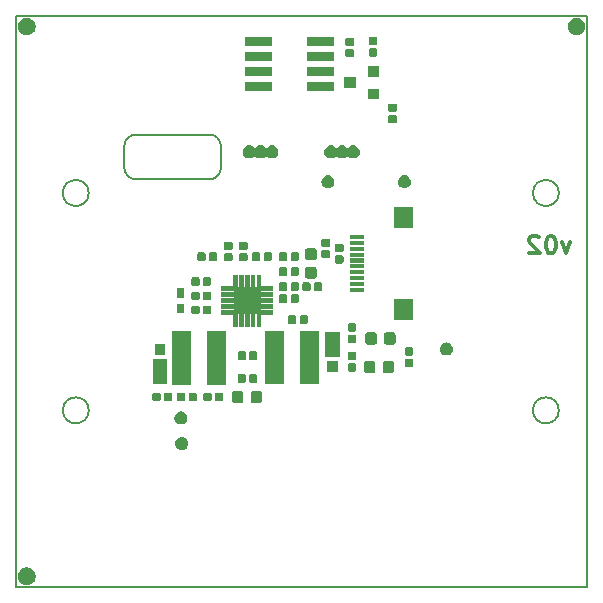
<source format=gbr>
%TF.GenerationSoftware,KiCad,Pcbnew,5.0.2-bee76a0~70~ubuntu18.04.1*%
%TF.CreationDate,2020-02-29T17:16:54-08:00*%
%TF.ProjectId,SolarCellZ_v1,536f6c61-7243-4656-9c6c-5a5f76312e6b,rev?*%
%TF.SameCoordinates,Original*%
%TF.FileFunction,Soldermask,Bot*%
%TF.FilePolarity,Negative*%
%FSLAX46Y46*%
G04 Gerber Fmt 4.6, Leading zero omitted, Abs format (unit mm)*
G04 Created by KiCad (PCBNEW 5.0.2-bee76a0~70~ubuntu18.04.1) date Sat 29 Feb 2020 05:16:54 PM PST*
%MOMM*%
%LPD*%
G01*
G04 APERTURE LIST*
%ADD10C,0.200000*%
%ADD11C,0.300000*%
%ADD12C,0.100000*%
G04 APERTURE END LIST*
D10*
X136007500Y-73391000D02*
G75*
G03X136007500Y-73391000I-1100000J0D01*
G01*
X96207500Y-73391000D02*
G75*
G03X96207500Y-73391000I-1100000J0D01*
G01*
X107407500Y-52841000D02*
G75*
G02X106407500Y-53841000I-1000000J0D01*
G01*
X100207500Y-53841000D02*
G75*
G02X99207500Y-52841000I0J1000000D01*
G01*
X106407500Y-50041000D02*
G75*
G02X107407500Y-51041000I0J-1000000D01*
G01*
X99207500Y-51041000D02*
G75*
G02X100207500Y-50041000I1000000J0D01*
G01*
X96207500Y-54991000D02*
G75*
G03X96207500Y-54991000I-1100000J0D01*
G01*
X106407500Y-50041000D02*
X100207500Y-50041000D01*
X138407500Y-39991000D02*
X138407500Y-88391000D01*
X138407500Y-88391000D02*
X90007500Y-88391000D01*
X90007500Y-88391000D02*
X90007500Y-39991000D01*
X90007500Y-39991000D02*
X138407500Y-39991000D01*
X100207500Y-53841000D02*
X106407500Y-53841000D01*
X136007500Y-54991000D02*
G75*
G03X136007500Y-54991000I-1100000J0D01*
G01*
X107407500Y-52841000D02*
X107407500Y-51041000D01*
X99207500Y-51041000D02*
X99207500Y-52841000D01*
D11*
X136977214Y-59114571D02*
X136620071Y-60114571D01*
X136262928Y-59114571D01*
X135405785Y-58614571D02*
X135262928Y-58614571D01*
X135120071Y-58686000D01*
X135048642Y-58757428D01*
X134977214Y-58900285D01*
X134905785Y-59186000D01*
X134905785Y-59543142D01*
X134977214Y-59828857D01*
X135048642Y-59971714D01*
X135120071Y-60043142D01*
X135262928Y-60114571D01*
X135405785Y-60114571D01*
X135548642Y-60043142D01*
X135620071Y-59971714D01*
X135691500Y-59828857D01*
X135762928Y-59543142D01*
X135762928Y-59186000D01*
X135691500Y-58900285D01*
X135620071Y-58757428D01*
X135548642Y-58686000D01*
X135405785Y-58614571D01*
X134334357Y-58757428D02*
X134262928Y-58686000D01*
X134120071Y-58614571D01*
X133762928Y-58614571D01*
X133620071Y-58686000D01*
X133548642Y-58757428D01*
X133477214Y-58900285D01*
X133477214Y-59043142D01*
X133548642Y-59257428D01*
X134405785Y-60114571D01*
X133477214Y-60114571D01*
D12*
G36*
X91168767Y-86728822D02*
X91305258Y-86785359D01*
X91428097Y-86867437D01*
X91532563Y-86971903D01*
X91614641Y-87094742D01*
X91671178Y-87231233D01*
X91700000Y-87376131D01*
X91700000Y-87523869D01*
X91671178Y-87668767D01*
X91614641Y-87805258D01*
X91532563Y-87928097D01*
X91428097Y-88032563D01*
X91305258Y-88114641D01*
X91168767Y-88171178D01*
X91023869Y-88200000D01*
X90876131Y-88200000D01*
X90731233Y-88171178D01*
X90594742Y-88114641D01*
X90471903Y-88032563D01*
X90367437Y-87928097D01*
X90285359Y-87805258D01*
X90228822Y-87668767D01*
X90200000Y-87523869D01*
X90200000Y-87376131D01*
X90228822Y-87231233D01*
X90285359Y-87094742D01*
X90367437Y-86971903D01*
X90471903Y-86867437D01*
X90594742Y-86785359D01*
X90731233Y-86728822D01*
X90876131Y-86700000D01*
X91023869Y-86700000D01*
X91168767Y-86728822D01*
X91168767Y-86728822D01*
G37*
G36*
X104183604Y-75661549D02*
X104236638Y-75672098D01*
X104336547Y-75713482D01*
X104336549Y-75713483D01*
X104426467Y-75773564D01*
X104502936Y-75850033D01*
X104563017Y-75939951D01*
X104604402Y-76039863D01*
X104625500Y-76145928D01*
X104625500Y-76254072D01*
X104604402Y-76360137D01*
X104563017Y-76460049D01*
X104502936Y-76549967D01*
X104426467Y-76626436D01*
X104336549Y-76686517D01*
X104336548Y-76686518D01*
X104336547Y-76686518D01*
X104236638Y-76727902D01*
X104130572Y-76749000D01*
X104022428Y-76749000D01*
X103916362Y-76727902D01*
X103816453Y-76686518D01*
X103816452Y-76686518D01*
X103816451Y-76686517D01*
X103726533Y-76626436D01*
X103650064Y-76549967D01*
X103589983Y-76460049D01*
X103548598Y-76360137D01*
X103527500Y-76254072D01*
X103527500Y-76145928D01*
X103548598Y-76039863D01*
X103589983Y-75939951D01*
X103650064Y-75850033D01*
X103726533Y-75773564D01*
X103816451Y-75713483D01*
X103816453Y-75713482D01*
X103916362Y-75672098D01*
X103969396Y-75661549D01*
X104022428Y-75651000D01*
X104130572Y-75651000D01*
X104183604Y-75661549D01*
X104183604Y-75661549D01*
G37*
G36*
X104120104Y-73502549D02*
X104173138Y-73513098D01*
X104273047Y-73554482D01*
X104273049Y-73554483D01*
X104362967Y-73614564D01*
X104439436Y-73691033D01*
X104499517Y-73780951D01*
X104540902Y-73880863D01*
X104562000Y-73986928D01*
X104562000Y-74095072D01*
X104540902Y-74201137D01*
X104499517Y-74301049D01*
X104439436Y-74390967D01*
X104362967Y-74467436D01*
X104273049Y-74527517D01*
X104273048Y-74527518D01*
X104273047Y-74527518D01*
X104173138Y-74568902D01*
X104120104Y-74579451D01*
X104067072Y-74590000D01*
X103958928Y-74590000D01*
X103905896Y-74579451D01*
X103852862Y-74568902D01*
X103752953Y-74527518D01*
X103752952Y-74527518D01*
X103752951Y-74527517D01*
X103663033Y-74467436D01*
X103586564Y-74390967D01*
X103526483Y-74301049D01*
X103485098Y-74201137D01*
X103464000Y-74095072D01*
X103464000Y-73986928D01*
X103485098Y-73880863D01*
X103526483Y-73780951D01*
X103586564Y-73691033D01*
X103663033Y-73614564D01*
X103752951Y-73554483D01*
X103752953Y-73554482D01*
X103852862Y-73513098D01*
X103905896Y-73502549D01*
X103958928Y-73492000D01*
X104067072Y-73492000D01*
X104120104Y-73502549D01*
X104120104Y-73502549D01*
G37*
G36*
X110699082Y-71743434D02*
X110740026Y-71755854D01*
X110777760Y-71776023D01*
X110810834Y-71803166D01*
X110837977Y-71836240D01*
X110858146Y-71873974D01*
X110870566Y-71914918D01*
X110875000Y-71959936D01*
X110875000Y-72566064D01*
X110870566Y-72611082D01*
X110858146Y-72652026D01*
X110837977Y-72689760D01*
X110810834Y-72722834D01*
X110777760Y-72749977D01*
X110740026Y-72770146D01*
X110699082Y-72782566D01*
X110654064Y-72787000D01*
X110122936Y-72787000D01*
X110077918Y-72782566D01*
X110036974Y-72770146D01*
X109999240Y-72749977D01*
X109966166Y-72722834D01*
X109939023Y-72689760D01*
X109918854Y-72652026D01*
X109906434Y-72611082D01*
X109902000Y-72566064D01*
X109902000Y-71959936D01*
X109906434Y-71914918D01*
X109918854Y-71873974D01*
X109939023Y-71836240D01*
X109966166Y-71803166D01*
X109999240Y-71776023D01*
X110036974Y-71755854D01*
X110077918Y-71743434D01*
X110122936Y-71739000D01*
X110654064Y-71739000D01*
X110699082Y-71743434D01*
X110699082Y-71743434D01*
G37*
G36*
X109124082Y-71743434D02*
X109165026Y-71755854D01*
X109202760Y-71776023D01*
X109235834Y-71803166D01*
X109262977Y-71836240D01*
X109283146Y-71873974D01*
X109295566Y-71914918D01*
X109300000Y-71959936D01*
X109300000Y-72566064D01*
X109295566Y-72611082D01*
X109283146Y-72652026D01*
X109262977Y-72689760D01*
X109235834Y-72722834D01*
X109202760Y-72749977D01*
X109165026Y-72770146D01*
X109124082Y-72782566D01*
X109079064Y-72787000D01*
X108547936Y-72787000D01*
X108502918Y-72782566D01*
X108461974Y-72770146D01*
X108424240Y-72749977D01*
X108391166Y-72722834D01*
X108364023Y-72689760D01*
X108343854Y-72652026D01*
X108331434Y-72611082D01*
X108327000Y-72566064D01*
X108327000Y-71959936D01*
X108331434Y-71914918D01*
X108343854Y-71873974D01*
X108364023Y-71836240D01*
X108391166Y-71803166D01*
X108424240Y-71776023D01*
X108461974Y-71755854D01*
X108502918Y-71743434D01*
X108547936Y-71739000D01*
X109079064Y-71739000D01*
X109124082Y-71743434D01*
X109124082Y-71743434D01*
G37*
G36*
X102165933Y-71897064D02*
X102193508Y-71905430D01*
X102218922Y-71919014D01*
X102241202Y-71937298D01*
X102259486Y-71959578D01*
X102273070Y-71984992D01*
X102281436Y-72012567D01*
X102284500Y-72043684D01*
X102284500Y-72482316D01*
X102281436Y-72513433D01*
X102273070Y-72541008D01*
X102259486Y-72566422D01*
X102241202Y-72588702D01*
X102218922Y-72606986D01*
X102193508Y-72620570D01*
X102165933Y-72628936D01*
X102134816Y-72632000D01*
X101746184Y-72632000D01*
X101715067Y-72628936D01*
X101687492Y-72620570D01*
X101662078Y-72606986D01*
X101639798Y-72588702D01*
X101621514Y-72566422D01*
X101607930Y-72541008D01*
X101599564Y-72513433D01*
X101596500Y-72482316D01*
X101596500Y-72043684D01*
X101599564Y-72012567D01*
X101607930Y-71984992D01*
X101621514Y-71959578D01*
X101639798Y-71937298D01*
X101662078Y-71919014D01*
X101687492Y-71905430D01*
X101715067Y-71897064D01*
X101746184Y-71894000D01*
X102134816Y-71894000D01*
X102165933Y-71897064D01*
X102165933Y-71897064D01*
G37*
G36*
X107453933Y-71897064D02*
X107481508Y-71905430D01*
X107506922Y-71919014D01*
X107529202Y-71937298D01*
X107547486Y-71959578D01*
X107561070Y-71984992D01*
X107569436Y-72012567D01*
X107572500Y-72043684D01*
X107572500Y-72482316D01*
X107569436Y-72513433D01*
X107561070Y-72541008D01*
X107547486Y-72566422D01*
X107529202Y-72588702D01*
X107506922Y-72606986D01*
X107481508Y-72620570D01*
X107453933Y-72628936D01*
X107422816Y-72632000D01*
X107034184Y-72632000D01*
X107003067Y-72628936D01*
X106975492Y-72620570D01*
X106950078Y-72606986D01*
X106927798Y-72588702D01*
X106909514Y-72566422D01*
X106895930Y-72541008D01*
X106887564Y-72513433D01*
X106884500Y-72482316D01*
X106884500Y-72043684D01*
X106887564Y-72012567D01*
X106895930Y-71984992D01*
X106909514Y-71959578D01*
X106927798Y-71937298D01*
X106950078Y-71919014D01*
X106975492Y-71905430D01*
X107003067Y-71897064D01*
X107034184Y-71894000D01*
X107422816Y-71894000D01*
X107453933Y-71897064D01*
X107453933Y-71897064D01*
G37*
G36*
X106483933Y-71897064D02*
X106511508Y-71905430D01*
X106536922Y-71919014D01*
X106559202Y-71937298D01*
X106577486Y-71959578D01*
X106591070Y-71984992D01*
X106599436Y-72012567D01*
X106602500Y-72043684D01*
X106602500Y-72482316D01*
X106599436Y-72513433D01*
X106591070Y-72541008D01*
X106577486Y-72566422D01*
X106559202Y-72588702D01*
X106536922Y-72606986D01*
X106511508Y-72620570D01*
X106483933Y-72628936D01*
X106452816Y-72632000D01*
X106064184Y-72632000D01*
X106033067Y-72628936D01*
X106005492Y-72620570D01*
X105980078Y-72606986D01*
X105957798Y-72588702D01*
X105939514Y-72566422D01*
X105925930Y-72541008D01*
X105917564Y-72513433D01*
X105914500Y-72482316D01*
X105914500Y-72043684D01*
X105917564Y-72012567D01*
X105925930Y-71984992D01*
X105939514Y-71959578D01*
X105957798Y-71937298D01*
X105980078Y-71919014D01*
X106005492Y-71905430D01*
X106033067Y-71897064D01*
X106064184Y-71894000D01*
X106452816Y-71894000D01*
X106483933Y-71897064D01*
X106483933Y-71897064D01*
G37*
G36*
X105231433Y-71897064D02*
X105259008Y-71905430D01*
X105284422Y-71919014D01*
X105306702Y-71937298D01*
X105324986Y-71959578D01*
X105338570Y-71984992D01*
X105346936Y-72012567D01*
X105350000Y-72043684D01*
X105350000Y-72482316D01*
X105346936Y-72513433D01*
X105338570Y-72541008D01*
X105324986Y-72566422D01*
X105306702Y-72588702D01*
X105284422Y-72606986D01*
X105259008Y-72620570D01*
X105231433Y-72628936D01*
X105200316Y-72632000D01*
X104811684Y-72632000D01*
X104780567Y-72628936D01*
X104752992Y-72620570D01*
X104727578Y-72606986D01*
X104705298Y-72588702D01*
X104687014Y-72566422D01*
X104673430Y-72541008D01*
X104665064Y-72513433D01*
X104662000Y-72482316D01*
X104662000Y-72043684D01*
X104665064Y-72012567D01*
X104673430Y-71984992D01*
X104687014Y-71959578D01*
X104705298Y-71937298D01*
X104727578Y-71919014D01*
X104752992Y-71905430D01*
X104780567Y-71897064D01*
X104811684Y-71894000D01*
X105200316Y-71894000D01*
X105231433Y-71897064D01*
X105231433Y-71897064D01*
G37*
G36*
X104261433Y-71897064D02*
X104289008Y-71905430D01*
X104314422Y-71919014D01*
X104336702Y-71937298D01*
X104354986Y-71959578D01*
X104368570Y-71984992D01*
X104376936Y-72012567D01*
X104380000Y-72043684D01*
X104380000Y-72482316D01*
X104376936Y-72513433D01*
X104368570Y-72541008D01*
X104354986Y-72566422D01*
X104336702Y-72588702D01*
X104314422Y-72606986D01*
X104289008Y-72620570D01*
X104261433Y-72628936D01*
X104230316Y-72632000D01*
X103841684Y-72632000D01*
X103810567Y-72628936D01*
X103782992Y-72620570D01*
X103757578Y-72606986D01*
X103735298Y-72588702D01*
X103717014Y-72566422D01*
X103703430Y-72541008D01*
X103695064Y-72513433D01*
X103692000Y-72482316D01*
X103692000Y-72043684D01*
X103695064Y-72012567D01*
X103703430Y-71984992D01*
X103717014Y-71959578D01*
X103735298Y-71937298D01*
X103757578Y-71919014D01*
X103782992Y-71905430D01*
X103810567Y-71897064D01*
X103841684Y-71894000D01*
X104230316Y-71894000D01*
X104261433Y-71897064D01*
X104261433Y-71897064D01*
G37*
G36*
X103135933Y-71897064D02*
X103163508Y-71905430D01*
X103188922Y-71919014D01*
X103211202Y-71937298D01*
X103229486Y-71959578D01*
X103243070Y-71984992D01*
X103251436Y-72012567D01*
X103254500Y-72043684D01*
X103254500Y-72482316D01*
X103251436Y-72513433D01*
X103243070Y-72541008D01*
X103229486Y-72566422D01*
X103211202Y-72588702D01*
X103188922Y-72606986D01*
X103163508Y-72620570D01*
X103135933Y-72628936D01*
X103104816Y-72632000D01*
X102716184Y-72632000D01*
X102685067Y-72628936D01*
X102657492Y-72620570D01*
X102632078Y-72606986D01*
X102609798Y-72588702D01*
X102591514Y-72566422D01*
X102577930Y-72541008D01*
X102569564Y-72513433D01*
X102566500Y-72482316D01*
X102566500Y-72043684D01*
X102569564Y-72012567D01*
X102577930Y-71984992D01*
X102591514Y-71959578D01*
X102609798Y-71937298D01*
X102632078Y-71919014D01*
X102657492Y-71905430D01*
X102685067Y-71897064D01*
X102716184Y-71894000D01*
X103104816Y-71894000D01*
X103135933Y-71897064D01*
X103135933Y-71897064D01*
G37*
G36*
X107797600Y-71221600D02*
X106235500Y-71221600D01*
X106235500Y-66700400D01*
X107797600Y-66700400D01*
X107797600Y-71221600D01*
X107797600Y-71221600D01*
G37*
G36*
X104838500Y-71221600D02*
X103276400Y-71221600D01*
X103276400Y-66700400D01*
X104838500Y-66700400D01*
X104838500Y-71221600D01*
X104838500Y-71221600D01*
G37*
G36*
X115686840Y-71188580D02*
X114124740Y-71188580D01*
X114124740Y-66667380D01*
X115686840Y-66667380D01*
X115686840Y-71188580D01*
X115686840Y-71188580D01*
G37*
G36*
X112727740Y-71188580D02*
X111165640Y-71188580D01*
X111165640Y-66667380D01*
X112727740Y-66667380D01*
X112727740Y-71188580D01*
X112727740Y-71188580D01*
G37*
G36*
X102834000Y-71168000D02*
X101636000Y-71168000D01*
X101636000Y-69070000D01*
X102834000Y-69070000D01*
X102834000Y-71168000D01*
X102834000Y-71168000D01*
G37*
G36*
X109384593Y-70336720D02*
X109412168Y-70345086D01*
X109437582Y-70358670D01*
X109459862Y-70376954D01*
X109478146Y-70399234D01*
X109491730Y-70424648D01*
X109500096Y-70452223D01*
X109503160Y-70483340D01*
X109503160Y-70921972D01*
X109500096Y-70953089D01*
X109491730Y-70980664D01*
X109478146Y-71006078D01*
X109459862Y-71028358D01*
X109437582Y-71046642D01*
X109412168Y-71060226D01*
X109384593Y-71068592D01*
X109353476Y-71071656D01*
X108964844Y-71071656D01*
X108933727Y-71068592D01*
X108906152Y-71060226D01*
X108880738Y-71046642D01*
X108858458Y-71028358D01*
X108840174Y-71006078D01*
X108826590Y-70980664D01*
X108818224Y-70953089D01*
X108815160Y-70921972D01*
X108815160Y-70483340D01*
X108818224Y-70452223D01*
X108826590Y-70424648D01*
X108840174Y-70399234D01*
X108858458Y-70376954D01*
X108880738Y-70358670D01*
X108906152Y-70345086D01*
X108933727Y-70336720D01*
X108964844Y-70333656D01*
X109353476Y-70333656D01*
X109384593Y-70336720D01*
X109384593Y-70336720D01*
G37*
G36*
X110354593Y-70336720D02*
X110382168Y-70345086D01*
X110407582Y-70358670D01*
X110429862Y-70376954D01*
X110448146Y-70399234D01*
X110461730Y-70424648D01*
X110470096Y-70452223D01*
X110473160Y-70483340D01*
X110473160Y-70921972D01*
X110470096Y-70953089D01*
X110461730Y-70980664D01*
X110448146Y-71006078D01*
X110429862Y-71028358D01*
X110407582Y-71046642D01*
X110382168Y-71060226D01*
X110354593Y-71068592D01*
X110323476Y-71071656D01*
X109934844Y-71071656D01*
X109903727Y-71068592D01*
X109876152Y-71060226D01*
X109850738Y-71046642D01*
X109828458Y-71028358D01*
X109810174Y-71006078D01*
X109796590Y-70980664D01*
X109788224Y-70953089D01*
X109785160Y-70921972D01*
X109785160Y-70483340D01*
X109788224Y-70452223D01*
X109796590Y-70424648D01*
X109810174Y-70399234D01*
X109828458Y-70376954D01*
X109850738Y-70358670D01*
X109876152Y-70345086D01*
X109903727Y-70336720D01*
X109934844Y-70333656D01*
X110323476Y-70333656D01*
X110354593Y-70336720D01*
X110354593Y-70336720D01*
G37*
G36*
X120300082Y-69203434D02*
X120341026Y-69215854D01*
X120378760Y-69236023D01*
X120411834Y-69263166D01*
X120438977Y-69296240D01*
X120459146Y-69333974D01*
X120471566Y-69374918D01*
X120476000Y-69419936D01*
X120476000Y-70026064D01*
X120471566Y-70071082D01*
X120459146Y-70112026D01*
X120438977Y-70149760D01*
X120411834Y-70182834D01*
X120378760Y-70209977D01*
X120341026Y-70230146D01*
X120300082Y-70242566D01*
X120255064Y-70247000D01*
X119723936Y-70247000D01*
X119678918Y-70242566D01*
X119637974Y-70230146D01*
X119600240Y-70209977D01*
X119567166Y-70182834D01*
X119540023Y-70149760D01*
X119519854Y-70112026D01*
X119507434Y-70071082D01*
X119503000Y-70026064D01*
X119503000Y-69419936D01*
X119507434Y-69374918D01*
X119519854Y-69333974D01*
X119540023Y-69296240D01*
X119567166Y-69263166D01*
X119600240Y-69236023D01*
X119637974Y-69215854D01*
X119678918Y-69203434D01*
X119723936Y-69199000D01*
X120255064Y-69199000D01*
X120300082Y-69203434D01*
X120300082Y-69203434D01*
G37*
G36*
X121875082Y-69203434D02*
X121916026Y-69215854D01*
X121953760Y-69236023D01*
X121986834Y-69263166D01*
X122013977Y-69296240D01*
X122034146Y-69333974D01*
X122046566Y-69374918D01*
X122051000Y-69419936D01*
X122051000Y-70026064D01*
X122046566Y-70071082D01*
X122034146Y-70112026D01*
X122013977Y-70149760D01*
X121986834Y-70182834D01*
X121953760Y-70209977D01*
X121916026Y-70230146D01*
X121875082Y-70242566D01*
X121830064Y-70247000D01*
X121298936Y-70247000D01*
X121253918Y-70242566D01*
X121212974Y-70230146D01*
X121175240Y-70209977D01*
X121142166Y-70182834D01*
X121115023Y-70149760D01*
X121094854Y-70112026D01*
X121082434Y-70071082D01*
X121078000Y-70026064D01*
X121078000Y-69419936D01*
X121082434Y-69374918D01*
X121094854Y-69333974D01*
X121115023Y-69296240D01*
X121142166Y-69263166D01*
X121175240Y-69236023D01*
X121212974Y-69215854D01*
X121253918Y-69203434D01*
X121298936Y-69199000D01*
X121830064Y-69199000D01*
X121875082Y-69203434D01*
X121875082Y-69203434D01*
G37*
G36*
X117289000Y-70152000D02*
X116391000Y-70152000D01*
X116391000Y-69254000D01*
X117289000Y-69254000D01*
X117289000Y-70152000D01*
X117289000Y-70152000D01*
G37*
G36*
X118741433Y-69422564D02*
X118769008Y-69430930D01*
X118794422Y-69444514D01*
X118816702Y-69462798D01*
X118834986Y-69485078D01*
X118848570Y-69510492D01*
X118856936Y-69538067D01*
X118860000Y-69569184D01*
X118860000Y-69957816D01*
X118856936Y-69988933D01*
X118848570Y-70016508D01*
X118834986Y-70041922D01*
X118816702Y-70064202D01*
X118794422Y-70082486D01*
X118769008Y-70096070D01*
X118741433Y-70104436D01*
X118710316Y-70107500D01*
X118271684Y-70107500D01*
X118240567Y-70104436D01*
X118212992Y-70096070D01*
X118187578Y-70082486D01*
X118165298Y-70064202D01*
X118147014Y-70041922D01*
X118133430Y-70016508D01*
X118125064Y-69988933D01*
X118122000Y-69957816D01*
X118122000Y-69569184D01*
X118125064Y-69538067D01*
X118133430Y-69510492D01*
X118147014Y-69485078D01*
X118165298Y-69462798D01*
X118187578Y-69444514D01*
X118212992Y-69430930D01*
X118240567Y-69422564D01*
X118271684Y-69419500D01*
X118710316Y-69419500D01*
X118741433Y-69422564D01*
X118741433Y-69422564D01*
G37*
G36*
X123567433Y-69041564D02*
X123595008Y-69049930D01*
X123620422Y-69063514D01*
X123642702Y-69081798D01*
X123660986Y-69104078D01*
X123674570Y-69129492D01*
X123682936Y-69157067D01*
X123686000Y-69188184D01*
X123686000Y-69576816D01*
X123682936Y-69607933D01*
X123674570Y-69635508D01*
X123660986Y-69660922D01*
X123642702Y-69683202D01*
X123620422Y-69701486D01*
X123595008Y-69715070D01*
X123567433Y-69723436D01*
X123536316Y-69726500D01*
X123097684Y-69726500D01*
X123066567Y-69723436D01*
X123038992Y-69715070D01*
X123013578Y-69701486D01*
X122991298Y-69683202D01*
X122973014Y-69660922D01*
X122959430Y-69635508D01*
X122951064Y-69607933D01*
X122948000Y-69576816D01*
X122948000Y-69188184D01*
X122951064Y-69157067D01*
X122959430Y-69129492D01*
X122973014Y-69104078D01*
X122991298Y-69081798D01*
X123013578Y-69063514D01*
X123038992Y-69049930D01*
X123066567Y-69041564D01*
X123097684Y-69038500D01*
X123536316Y-69038500D01*
X123567433Y-69041564D01*
X123567433Y-69041564D01*
G37*
G36*
X109384593Y-68404564D02*
X109412168Y-68412930D01*
X109437582Y-68426514D01*
X109459862Y-68444798D01*
X109478146Y-68467078D01*
X109491730Y-68492492D01*
X109500096Y-68520067D01*
X109503160Y-68551184D01*
X109503160Y-68989816D01*
X109500096Y-69020933D01*
X109491730Y-69048508D01*
X109478146Y-69073922D01*
X109459862Y-69096202D01*
X109437582Y-69114486D01*
X109412168Y-69128070D01*
X109384593Y-69136436D01*
X109353476Y-69139500D01*
X108964844Y-69139500D01*
X108933727Y-69136436D01*
X108906152Y-69128070D01*
X108880738Y-69114486D01*
X108858458Y-69096202D01*
X108840174Y-69073922D01*
X108826590Y-69048508D01*
X108818224Y-69020933D01*
X108815160Y-68989816D01*
X108815160Y-68551184D01*
X108818224Y-68520067D01*
X108826590Y-68492492D01*
X108840174Y-68467078D01*
X108858458Y-68444798D01*
X108880738Y-68426514D01*
X108906152Y-68412930D01*
X108933727Y-68404564D01*
X108964844Y-68401500D01*
X109353476Y-68401500D01*
X109384593Y-68404564D01*
X109384593Y-68404564D01*
G37*
G36*
X110354593Y-68404564D02*
X110382168Y-68412930D01*
X110407582Y-68426514D01*
X110429862Y-68444798D01*
X110448146Y-68467078D01*
X110461730Y-68492492D01*
X110470096Y-68520067D01*
X110473160Y-68551184D01*
X110473160Y-68989816D01*
X110470096Y-69020933D01*
X110461730Y-69048508D01*
X110448146Y-69073922D01*
X110429862Y-69096202D01*
X110407582Y-69114486D01*
X110382168Y-69128070D01*
X110354593Y-69136436D01*
X110323476Y-69139500D01*
X109934844Y-69139500D01*
X109903727Y-69136436D01*
X109876152Y-69128070D01*
X109850738Y-69114486D01*
X109828458Y-69096202D01*
X109810174Y-69073922D01*
X109796590Y-69048508D01*
X109788224Y-69020933D01*
X109785160Y-68989816D01*
X109785160Y-68551184D01*
X109788224Y-68520067D01*
X109796590Y-68492492D01*
X109810174Y-68467078D01*
X109828458Y-68444798D01*
X109850738Y-68426514D01*
X109876152Y-68412930D01*
X109903727Y-68404564D01*
X109934844Y-68401500D01*
X110323476Y-68401500D01*
X110354593Y-68404564D01*
X110354593Y-68404564D01*
G37*
G36*
X118741433Y-68452564D02*
X118769008Y-68460930D01*
X118794422Y-68474514D01*
X118816702Y-68492798D01*
X118834986Y-68515078D01*
X118848570Y-68540492D01*
X118856936Y-68568067D01*
X118860000Y-68599184D01*
X118860000Y-68987816D01*
X118856936Y-69018933D01*
X118848570Y-69046508D01*
X118834986Y-69071922D01*
X118816702Y-69094202D01*
X118794422Y-69112486D01*
X118769008Y-69126070D01*
X118741433Y-69134436D01*
X118710316Y-69137500D01*
X118271684Y-69137500D01*
X118240567Y-69134436D01*
X118212992Y-69126070D01*
X118187578Y-69112486D01*
X118165298Y-69094202D01*
X118147014Y-69071922D01*
X118133430Y-69046508D01*
X118125064Y-69018933D01*
X118122000Y-68987816D01*
X118122000Y-68599184D01*
X118125064Y-68568067D01*
X118133430Y-68540492D01*
X118147014Y-68515078D01*
X118165298Y-68492798D01*
X118187578Y-68474514D01*
X118212992Y-68460930D01*
X118240567Y-68452564D01*
X118271684Y-68449500D01*
X118710316Y-68449500D01*
X118741433Y-68452564D01*
X118741433Y-68452564D01*
G37*
G36*
X117439000Y-68852000D02*
X116241000Y-68852000D01*
X116241000Y-66754000D01*
X117439000Y-66754000D01*
X117439000Y-68852000D01*
X117439000Y-68852000D01*
G37*
G36*
X123567433Y-68071564D02*
X123595008Y-68079930D01*
X123620422Y-68093514D01*
X123642702Y-68111798D01*
X123660986Y-68134078D01*
X123674570Y-68159492D01*
X123682936Y-68187067D01*
X123686000Y-68218184D01*
X123686000Y-68606816D01*
X123682936Y-68637933D01*
X123674570Y-68665508D01*
X123660986Y-68690922D01*
X123642702Y-68713202D01*
X123620422Y-68731486D01*
X123595008Y-68745070D01*
X123567433Y-68753436D01*
X123536316Y-68756500D01*
X123097684Y-68756500D01*
X123066567Y-68753436D01*
X123038992Y-68745070D01*
X123013578Y-68731486D01*
X122991298Y-68713202D01*
X122973014Y-68690922D01*
X122959430Y-68665508D01*
X122951064Y-68637933D01*
X122948000Y-68606816D01*
X122948000Y-68218184D01*
X122951064Y-68187067D01*
X122959430Y-68159492D01*
X122973014Y-68134078D01*
X122991298Y-68111798D01*
X123013578Y-68093514D01*
X123038992Y-68079930D01*
X123066567Y-68071564D01*
X123097684Y-68068500D01*
X123536316Y-68068500D01*
X123567433Y-68071564D01*
X123567433Y-68071564D01*
G37*
G36*
X126586702Y-67658082D02*
X126652138Y-67671098D01*
X126752047Y-67712482D01*
X126752049Y-67712483D01*
X126841967Y-67772564D01*
X126918435Y-67849032D01*
X126978518Y-67938953D01*
X127019902Y-68038862D01*
X127041000Y-68144929D01*
X127041000Y-68253071D01*
X127019902Y-68359138D01*
X126978518Y-68459047D01*
X126978517Y-68459049D01*
X126918436Y-68548967D01*
X126841967Y-68625436D01*
X126752049Y-68685517D01*
X126752048Y-68685518D01*
X126752047Y-68685518D01*
X126652138Y-68726902D01*
X126599104Y-68737451D01*
X126546072Y-68748000D01*
X126437928Y-68748000D01*
X126384896Y-68737451D01*
X126331862Y-68726902D01*
X126231953Y-68685518D01*
X126231952Y-68685518D01*
X126231951Y-68685517D01*
X126142033Y-68625436D01*
X126065564Y-68548967D01*
X126005483Y-68459049D01*
X126005482Y-68459047D01*
X125964098Y-68359138D01*
X125943000Y-68253071D01*
X125943000Y-68144929D01*
X125964098Y-68038862D01*
X126005482Y-67938953D01*
X126065565Y-67849032D01*
X126142033Y-67772564D01*
X126231951Y-67712483D01*
X126231953Y-67712482D01*
X126331862Y-67671098D01*
X126397298Y-67658082D01*
X126437928Y-67650000D01*
X126546072Y-67650000D01*
X126586702Y-67658082D01*
X126586702Y-67658082D01*
G37*
G36*
X102684000Y-68668000D02*
X101786000Y-68668000D01*
X101786000Y-67770000D01*
X102684000Y-67770000D01*
X102684000Y-68668000D01*
X102684000Y-68668000D01*
G37*
G36*
X120427082Y-66790434D02*
X120468026Y-66802854D01*
X120505760Y-66823023D01*
X120538834Y-66850166D01*
X120565977Y-66883240D01*
X120586146Y-66920974D01*
X120598566Y-66961918D01*
X120603000Y-67006936D01*
X120603000Y-67613064D01*
X120598566Y-67658082D01*
X120586146Y-67699026D01*
X120565977Y-67736760D01*
X120538834Y-67769834D01*
X120505760Y-67796977D01*
X120468026Y-67817146D01*
X120427082Y-67829566D01*
X120382064Y-67834000D01*
X119850936Y-67834000D01*
X119805918Y-67829566D01*
X119764974Y-67817146D01*
X119727240Y-67796977D01*
X119694166Y-67769834D01*
X119667023Y-67736760D01*
X119646854Y-67699026D01*
X119634434Y-67658082D01*
X119630000Y-67613064D01*
X119630000Y-67006936D01*
X119634434Y-66961918D01*
X119646854Y-66920974D01*
X119667023Y-66883240D01*
X119694166Y-66850166D01*
X119727240Y-66823023D01*
X119764974Y-66802854D01*
X119805918Y-66790434D01*
X119850936Y-66786000D01*
X120382064Y-66786000D01*
X120427082Y-66790434D01*
X120427082Y-66790434D01*
G37*
G36*
X122002082Y-66790434D02*
X122043026Y-66802854D01*
X122080760Y-66823023D01*
X122113834Y-66850166D01*
X122140977Y-66883240D01*
X122161146Y-66920974D01*
X122173566Y-66961918D01*
X122178000Y-67006936D01*
X122178000Y-67613064D01*
X122173566Y-67658082D01*
X122161146Y-67699026D01*
X122140977Y-67736760D01*
X122113834Y-67769834D01*
X122080760Y-67796977D01*
X122043026Y-67817146D01*
X122002082Y-67829566D01*
X121957064Y-67834000D01*
X121425936Y-67834000D01*
X121380918Y-67829566D01*
X121339974Y-67817146D01*
X121302240Y-67796977D01*
X121269166Y-67769834D01*
X121242023Y-67736760D01*
X121221854Y-67699026D01*
X121209434Y-67658082D01*
X121205000Y-67613064D01*
X121205000Y-67006936D01*
X121209434Y-66961918D01*
X121221854Y-66920974D01*
X121242023Y-66883240D01*
X121269166Y-66850166D01*
X121302240Y-66823023D01*
X121339974Y-66802854D01*
X121380918Y-66790434D01*
X121425936Y-66786000D01*
X121957064Y-66786000D01*
X122002082Y-66790434D01*
X122002082Y-66790434D01*
G37*
G36*
X118741433Y-67009564D02*
X118769008Y-67017930D01*
X118794422Y-67031514D01*
X118816702Y-67049798D01*
X118834986Y-67072078D01*
X118848570Y-67097492D01*
X118856936Y-67125067D01*
X118860000Y-67156184D01*
X118860000Y-67544816D01*
X118856936Y-67575933D01*
X118848570Y-67603508D01*
X118834986Y-67628922D01*
X118816702Y-67651202D01*
X118794422Y-67669486D01*
X118769008Y-67683070D01*
X118741433Y-67691436D01*
X118710316Y-67694500D01*
X118271684Y-67694500D01*
X118240567Y-67691436D01*
X118212992Y-67683070D01*
X118187578Y-67669486D01*
X118165298Y-67651202D01*
X118147014Y-67628922D01*
X118133430Y-67603508D01*
X118125064Y-67575933D01*
X118122000Y-67544816D01*
X118122000Y-67156184D01*
X118125064Y-67125067D01*
X118133430Y-67097492D01*
X118147014Y-67072078D01*
X118165298Y-67049798D01*
X118187578Y-67031514D01*
X118212992Y-67017930D01*
X118240567Y-67009564D01*
X118271684Y-67006500D01*
X118710316Y-67006500D01*
X118741433Y-67009564D01*
X118741433Y-67009564D01*
G37*
G36*
X118741433Y-66039564D02*
X118769008Y-66047930D01*
X118794422Y-66061514D01*
X118816702Y-66079798D01*
X118834986Y-66102078D01*
X118848570Y-66127492D01*
X118856936Y-66155067D01*
X118860000Y-66186184D01*
X118860000Y-66574816D01*
X118856936Y-66605933D01*
X118848570Y-66633508D01*
X118834986Y-66658922D01*
X118816702Y-66681202D01*
X118794422Y-66699486D01*
X118769008Y-66713070D01*
X118741433Y-66721436D01*
X118710316Y-66724500D01*
X118271684Y-66724500D01*
X118240567Y-66721436D01*
X118212992Y-66713070D01*
X118187578Y-66699486D01*
X118165298Y-66681202D01*
X118147014Y-66658922D01*
X118133430Y-66633508D01*
X118125064Y-66605933D01*
X118122000Y-66574816D01*
X118122000Y-66186184D01*
X118125064Y-66155067D01*
X118133430Y-66127492D01*
X118147014Y-66102078D01*
X118165298Y-66079798D01*
X118187578Y-66061514D01*
X118212992Y-66047930D01*
X118240567Y-66039564D01*
X118271684Y-66036500D01*
X118710316Y-66036500D01*
X118741433Y-66039564D01*
X118741433Y-66039564D01*
G37*
G36*
X108823160Y-62925156D02*
X108824111Y-62934813D01*
X108826928Y-62944099D01*
X108831502Y-62952657D01*
X108837658Y-62960158D01*
X108845159Y-62966314D01*
X108853717Y-62970888D01*
X108863003Y-62973705D01*
X108872660Y-62974656D01*
X108875660Y-62974656D01*
X108885317Y-62973705D01*
X108894603Y-62970888D01*
X108903161Y-62966314D01*
X108910662Y-62960158D01*
X108916818Y-62952657D01*
X108921392Y-62944099D01*
X108924209Y-62934813D01*
X108925160Y-62925156D01*
X108925160Y-61899656D01*
X109323160Y-61899656D01*
X109323160Y-62925156D01*
X109324111Y-62934813D01*
X109326928Y-62944099D01*
X109331502Y-62952657D01*
X109337658Y-62960158D01*
X109345159Y-62966314D01*
X109353717Y-62970888D01*
X109363003Y-62973705D01*
X109372660Y-62974656D01*
X109375660Y-62974656D01*
X109385317Y-62973705D01*
X109394603Y-62970888D01*
X109403161Y-62966314D01*
X109410662Y-62960158D01*
X109416818Y-62952657D01*
X109421392Y-62944099D01*
X109424209Y-62934813D01*
X109425160Y-62925156D01*
X109425160Y-61899656D01*
X109823160Y-61899656D01*
X109823160Y-62925156D01*
X109824111Y-62934813D01*
X109826928Y-62944099D01*
X109831502Y-62952657D01*
X109837658Y-62960158D01*
X109845159Y-62966314D01*
X109853717Y-62970888D01*
X109863003Y-62973705D01*
X109872660Y-62974656D01*
X109875660Y-62974656D01*
X109885317Y-62973705D01*
X109894603Y-62970888D01*
X109903161Y-62966314D01*
X109910662Y-62960158D01*
X109916818Y-62952657D01*
X109921392Y-62944099D01*
X109924209Y-62934813D01*
X109925160Y-62925156D01*
X109925160Y-61899656D01*
X110323160Y-61899656D01*
X110323160Y-62925156D01*
X110324111Y-62934813D01*
X110326928Y-62944099D01*
X110331502Y-62952657D01*
X110337658Y-62960158D01*
X110345159Y-62966314D01*
X110353717Y-62970888D01*
X110363003Y-62973705D01*
X110372660Y-62974656D01*
X110375660Y-62974656D01*
X110385317Y-62973705D01*
X110394603Y-62970888D01*
X110403161Y-62966314D01*
X110410662Y-62960158D01*
X110416818Y-62952657D01*
X110421392Y-62944099D01*
X110424209Y-62934813D01*
X110425160Y-62925156D01*
X110425160Y-61899656D01*
X110823160Y-61899656D01*
X110823160Y-62850156D01*
X110824111Y-62859813D01*
X110826928Y-62869099D01*
X110831502Y-62877657D01*
X110837658Y-62885158D01*
X110845159Y-62891314D01*
X110853717Y-62895888D01*
X110863003Y-62898705D01*
X110872660Y-62899656D01*
X111823160Y-62899656D01*
X111823160Y-63297656D01*
X110797660Y-63297656D01*
X110788003Y-63298607D01*
X110778717Y-63301424D01*
X110770159Y-63305998D01*
X110762658Y-63312154D01*
X110756502Y-63319655D01*
X110751928Y-63328213D01*
X110749111Y-63337499D01*
X110748160Y-63347156D01*
X110748160Y-63350156D01*
X110749111Y-63359813D01*
X110751928Y-63369099D01*
X110756502Y-63377657D01*
X110762658Y-63385158D01*
X110770159Y-63391314D01*
X110778717Y-63395888D01*
X110788003Y-63398705D01*
X110797660Y-63399656D01*
X111823160Y-63399656D01*
X111823160Y-63797656D01*
X110797660Y-63797656D01*
X110788003Y-63798607D01*
X110778717Y-63801424D01*
X110770159Y-63805998D01*
X110762658Y-63812154D01*
X110756502Y-63819655D01*
X110751928Y-63828213D01*
X110749111Y-63837499D01*
X110748160Y-63847156D01*
X110748160Y-63850156D01*
X110749111Y-63859813D01*
X110751928Y-63869099D01*
X110756502Y-63877657D01*
X110762658Y-63885158D01*
X110770159Y-63891314D01*
X110778717Y-63895888D01*
X110788003Y-63898705D01*
X110797660Y-63899656D01*
X111823160Y-63899656D01*
X111823160Y-64297656D01*
X110797660Y-64297656D01*
X110788003Y-64298607D01*
X110778717Y-64301424D01*
X110770159Y-64305998D01*
X110762658Y-64312154D01*
X110756502Y-64319655D01*
X110751928Y-64328213D01*
X110749111Y-64337499D01*
X110748160Y-64347156D01*
X110748160Y-64350156D01*
X110749111Y-64359813D01*
X110751928Y-64369099D01*
X110756502Y-64377657D01*
X110762658Y-64385158D01*
X110770159Y-64391314D01*
X110778717Y-64395888D01*
X110788003Y-64398705D01*
X110797660Y-64399656D01*
X111823160Y-64399656D01*
X111823160Y-64797656D01*
X110797660Y-64797656D01*
X110788003Y-64798607D01*
X110778717Y-64801424D01*
X110770159Y-64805998D01*
X110762658Y-64812154D01*
X110756502Y-64819655D01*
X110751928Y-64828213D01*
X110749111Y-64837499D01*
X110748160Y-64847156D01*
X110748160Y-64850156D01*
X110749111Y-64859813D01*
X110751928Y-64869099D01*
X110756502Y-64877657D01*
X110762658Y-64885158D01*
X110770159Y-64891314D01*
X110778717Y-64895888D01*
X110788003Y-64898705D01*
X110797660Y-64899656D01*
X111823160Y-64899656D01*
X111823160Y-65297656D01*
X110872660Y-65297656D01*
X110863003Y-65298607D01*
X110853717Y-65301424D01*
X110845159Y-65305998D01*
X110837658Y-65312154D01*
X110831502Y-65319655D01*
X110826928Y-65328213D01*
X110824111Y-65337499D01*
X110823160Y-65347156D01*
X110823160Y-66297656D01*
X110425160Y-66297656D01*
X110425160Y-65272156D01*
X110424209Y-65262499D01*
X110421392Y-65253213D01*
X110416818Y-65244655D01*
X110410662Y-65237154D01*
X110403161Y-65230998D01*
X110394603Y-65226424D01*
X110385317Y-65223607D01*
X110375660Y-65222656D01*
X110372660Y-65222656D01*
X110363003Y-65223607D01*
X110353717Y-65226424D01*
X110345159Y-65230998D01*
X110337658Y-65237154D01*
X110331502Y-65244655D01*
X110326928Y-65253213D01*
X110324111Y-65262499D01*
X110323160Y-65272156D01*
X110323160Y-66297656D01*
X109925160Y-66297656D01*
X109925160Y-65272156D01*
X109924209Y-65262499D01*
X109921392Y-65253213D01*
X109916818Y-65244655D01*
X109910662Y-65237154D01*
X109903161Y-65230998D01*
X109894603Y-65226424D01*
X109885317Y-65223607D01*
X109875660Y-65222656D01*
X109872660Y-65222656D01*
X109863003Y-65223607D01*
X109853717Y-65226424D01*
X109845159Y-65230998D01*
X109837658Y-65237154D01*
X109831502Y-65244655D01*
X109826928Y-65253213D01*
X109824111Y-65262499D01*
X109823160Y-65272156D01*
X109823160Y-66297656D01*
X109425160Y-66297656D01*
X109425160Y-65272156D01*
X109424209Y-65262499D01*
X109421392Y-65253213D01*
X109416818Y-65244655D01*
X109410662Y-65237154D01*
X109403161Y-65230998D01*
X109394603Y-65226424D01*
X109385317Y-65223607D01*
X109375660Y-65222656D01*
X109372660Y-65222656D01*
X109363003Y-65223607D01*
X109353717Y-65226424D01*
X109345159Y-65230998D01*
X109337658Y-65237154D01*
X109331502Y-65244655D01*
X109326928Y-65253213D01*
X109324111Y-65262499D01*
X109323160Y-65272156D01*
X109323160Y-66297656D01*
X108925160Y-66297656D01*
X108925160Y-65272156D01*
X108924209Y-65262499D01*
X108921392Y-65253213D01*
X108916818Y-65244655D01*
X108910662Y-65237154D01*
X108903161Y-65230998D01*
X108894603Y-65226424D01*
X108885317Y-65223607D01*
X108875660Y-65222656D01*
X108872660Y-65222656D01*
X108863003Y-65223607D01*
X108853717Y-65226424D01*
X108845159Y-65230998D01*
X108837658Y-65237154D01*
X108831502Y-65244655D01*
X108826928Y-65253213D01*
X108824111Y-65262499D01*
X108823160Y-65272156D01*
X108823160Y-66297656D01*
X108425160Y-66297656D01*
X108425160Y-65347156D01*
X108424209Y-65337499D01*
X108421392Y-65328213D01*
X108416818Y-65319655D01*
X108410662Y-65312154D01*
X108403161Y-65305998D01*
X108394603Y-65301424D01*
X108385317Y-65298607D01*
X108375660Y-65297656D01*
X107425160Y-65297656D01*
X107425160Y-64899656D01*
X108450660Y-64899656D01*
X108460317Y-64898705D01*
X108469603Y-64895888D01*
X108478161Y-64891314D01*
X108485662Y-64885158D01*
X108491818Y-64877657D01*
X108496392Y-64869099D01*
X108499209Y-64859813D01*
X108500160Y-64850156D01*
X108500160Y-64847156D01*
X108499209Y-64837499D01*
X108496392Y-64828213D01*
X108491818Y-64819655D01*
X108485662Y-64812154D01*
X108478161Y-64805998D01*
X108469603Y-64801424D01*
X108460317Y-64798607D01*
X108450660Y-64797656D01*
X107425160Y-64797656D01*
X107425160Y-64399656D01*
X108450660Y-64399656D01*
X108460317Y-64398705D01*
X108469603Y-64395888D01*
X108478161Y-64391314D01*
X108485662Y-64385158D01*
X108491818Y-64377657D01*
X108496392Y-64369099D01*
X108499209Y-64359813D01*
X108500160Y-64350156D01*
X108500160Y-64347156D01*
X108499209Y-64337499D01*
X108496392Y-64328213D01*
X108491818Y-64319655D01*
X108485662Y-64312154D01*
X108478161Y-64305998D01*
X108469603Y-64301424D01*
X108460317Y-64298607D01*
X108450660Y-64297656D01*
X107425160Y-64297656D01*
X107425160Y-63899656D01*
X108450660Y-63899656D01*
X108460317Y-63898705D01*
X108469603Y-63895888D01*
X108478161Y-63891314D01*
X108485662Y-63885158D01*
X108491818Y-63877657D01*
X108496392Y-63869099D01*
X108499209Y-63859813D01*
X108500160Y-63850156D01*
X108500160Y-63847156D01*
X108499209Y-63837499D01*
X108496392Y-63828213D01*
X108491818Y-63819655D01*
X108485662Y-63812154D01*
X108478161Y-63805998D01*
X108469603Y-63801424D01*
X108460317Y-63798607D01*
X108450660Y-63797656D01*
X107425160Y-63797656D01*
X107425160Y-63399656D01*
X108450660Y-63399656D01*
X108460317Y-63398705D01*
X108469603Y-63395888D01*
X108478161Y-63391314D01*
X108485662Y-63385158D01*
X108491818Y-63377657D01*
X108496392Y-63369099D01*
X108499209Y-63359813D01*
X108500160Y-63350156D01*
X108500160Y-63347156D01*
X108499209Y-63337499D01*
X108496392Y-63328213D01*
X108491818Y-63319655D01*
X108485662Y-63312154D01*
X108478161Y-63305998D01*
X108469603Y-63301424D01*
X108460317Y-63298607D01*
X108450660Y-63297656D01*
X107425160Y-63297656D01*
X107425160Y-62899656D01*
X108375660Y-62899656D01*
X108385317Y-62898705D01*
X108394603Y-62895888D01*
X108403161Y-62891314D01*
X108410662Y-62885158D01*
X108416818Y-62877657D01*
X108421392Y-62869099D01*
X108424209Y-62859813D01*
X108425160Y-62850156D01*
X108425160Y-61899656D01*
X108823160Y-61899656D01*
X108823160Y-62925156D01*
X108823160Y-62925156D01*
G37*
G36*
X113659433Y-65356564D02*
X113687008Y-65364930D01*
X113712422Y-65378514D01*
X113734702Y-65396798D01*
X113752986Y-65419078D01*
X113766570Y-65444492D01*
X113774936Y-65472067D01*
X113778000Y-65503184D01*
X113778000Y-65941816D01*
X113774936Y-65972933D01*
X113766570Y-66000508D01*
X113752986Y-66025922D01*
X113734702Y-66048202D01*
X113712422Y-66066486D01*
X113687008Y-66080070D01*
X113659433Y-66088436D01*
X113628316Y-66091500D01*
X113239684Y-66091500D01*
X113208567Y-66088436D01*
X113180992Y-66080070D01*
X113155578Y-66066486D01*
X113133298Y-66048202D01*
X113115014Y-66025922D01*
X113101430Y-66000508D01*
X113093064Y-65972933D01*
X113090000Y-65941816D01*
X113090000Y-65503184D01*
X113093064Y-65472067D01*
X113101430Y-65444492D01*
X113115014Y-65419078D01*
X113133298Y-65396798D01*
X113155578Y-65378514D01*
X113180992Y-65364930D01*
X113208567Y-65356564D01*
X113239684Y-65353500D01*
X113628316Y-65353500D01*
X113659433Y-65356564D01*
X113659433Y-65356564D01*
G37*
G36*
X114629433Y-65356564D02*
X114657008Y-65364930D01*
X114682422Y-65378514D01*
X114704702Y-65396798D01*
X114722986Y-65419078D01*
X114736570Y-65444492D01*
X114744936Y-65472067D01*
X114748000Y-65503184D01*
X114748000Y-65941816D01*
X114744936Y-65972933D01*
X114736570Y-66000508D01*
X114722986Y-66025922D01*
X114704702Y-66048202D01*
X114682422Y-66066486D01*
X114657008Y-66080070D01*
X114629433Y-66088436D01*
X114598316Y-66091500D01*
X114209684Y-66091500D01*
X114178567Y-66088436D01*
X114150992Y-66080070D01*
X114125578Y-66066486D01*
X114103298Y-66048202D01*
X114085014Y-66025922D01*
X114071430Y-66000508D01*
X114063064Y-65972933D01*
X114060000Y-65941816D01*
X114060000Y-65503184D01*
X114063064Y-65472067D01*
X114071430Y-65444492D01*
X114085014Y-65419078D01*
X114103298Y-65396798D01*
X114125578Y-65378514D01*
X114150992Y-65364930D01*
X114178567Y-65356564D01*
X114209684Y-65353500D01*
X114598316Y-65353500D01*
X114629433Y-65356564D01*
X114629433Y-65356564D01*
G37*
G36*
X123634500Y-65759000D02*
X122036500Y-65759000D01*
X122036500Y-63961000D01*
X123634500Y-63961000D01*
X123634500Y-65759000D01*
X123634500Y-65759000D01*
G37*
G36*
X105467933Y-64531064D02*
X105495508Y-64539430D01*
X105520922Y-64553014D01*
X105543202Y-64571298D01*
X105561486Y-64593578D01*
X105575070Y-64618992D01*
X105583436Y-64646567D01*
X105586500Y-64677684D01*
X105586500Y-65116316D01*
X105583436Y-65147433D01*
X105575070Y-65175008D01*
X105561486Y-65200422D01*
X105543202Y-65222702D01*
X105520922Y-65240986D01*
X105495508Y-65254570D01*
X105467933Y-65262936D01*
X105436816Y-65266000D01*
X105048184Y-65266000D01*
X105017067Y-65262936D01*
X104989492Y-65254570D01*
X104964078Y-65240986D01*
X104941798Y-65222702D01*
X104923514Y-65200422D01*
X104909930Y-65175008D01*
X104901564Y-65147433D01*
X104898500Y-65116316D01*
X104898500Y-64677684D01*
X104901564Y-64646567D01*
X104909930Y-64618992D01*
X104923514Y-64593578D01*
X104941798Y-64571298D01*
X104964078Y-64553014D01*
X104989492Y-64539430D01*
X105017067Y-64531064D01*
X105048184Y-64528000D01*
X105436816Y-64528000D01*
X105467933Y-64531064D01*
X105467933Y-64531064D01*
G37*
G36*
X106437933Y-64531064D02*
X106465508Y-64539430D01*
X106490922Y-64553014D01*
X106513202Y-64571298D01*
X106531486Y-64593578D01*
X106545070Y-64618992D01*
X106553436Y-64646567D01*
X106556500Y-64677684D01*
X106556500Y-65116316D01*
X106553436Y-65147433D01*
X106545070Y-65175008D01*
X106531486Y-65200422D01*
X106513202Y-65222702D01*
X106490922Y-65240986D01*
X106465508Y-65254570D01*
X106437933Y-65262936D01*
X106406816Y-65266000D01*
X106018184Y-65266000D01*
X105987067Y-65262936D01*
X105959492Y-65254570D01*
X105934078Y-65240986D01*
X105911798Y-65222702D01*
X105893514Y-65200422D01*
X105879930Y-65175008D01*
X105871564Y-65147433D01*
X105868500Y-65116316D01*
X105868500Y-64677684D01*
X105871564Y-64646567D01*
X105879930Y-64618992D01*
X105893514Y-64593578D01*
X105911798Y-64571298D01*
X105934078Y-64553014D01*
X105959492Y-64539430D01*
X105987067Y-64531064D01*
X106018184Y-64528000D01*
X106406816Y-64528000D01*
X106437933Y-64531064D01*
X106437933Y-64531064D01*
G37*
G36*
X104263000Y-65183500D02*
X103636000Y-65183500D01*
X103636000Y-64356500D01*
X104263000Y-64356500D01*
X104263000Y-65183500D01*
X104263000Y-65183500D01*
G37*
G36*
X112897433Y-63578564D02*
X112925008Y-63586930D01*
X112950422Y-63600514D01*
X112972702Y-63618798D01*
X112990986Y-63641078D01*
X113004570Y-63666492D01*
X113012936Y-63694067D01*
X113016000Y-63725184D01*
X113016000Y-64163816D01*
X113012936Y-64194933D01*
X113004570Y-64222508D01*
X112990986Y-64247922D01*
X112972702Y-64270202D01*
X112950422Y-64288486D01*
X112925008Y-64302070D01*
X112897433Y-64310436D01*
X112866316Y-64313500D01*
X112477684Y-64313500D01*
X112446567Y-64310436D01*
X112418992Y-64302070D01*
X112393578Y-64288486D01*
X112371298Y-64270202D01*
X112353014Y-64247922D01*
X112339430Y-64222508D01*
X112331064Y-64194933D01*
X112328000Y-64163816D01*
X112328000Y-63725184D01*
X112331064Y-63694067D01*
X112339430Y-63666492D01*
X112353014Y-63641078D01*
X112371298Y-63618798D01*
X112393578Y-63600514D01*
X112418992Y-63586930D01*
X112446567Y-63578564D01*
X112477684Y-63575500D01*
X112866316Y-63575500D01*
X112897433Y-63578564D01*
X112897433Y-63578564D01*
G37*
G36*
X113867433Y-63578564D02*
X113895008Y-63586930D01*
X113920422Y-63600514D01*
X113942702Y-63618798D01*
X113960986Y-63641078D01*
X113974570Y-63666492D01*
X113982936Y-63694067D01*
X113986000Y-63725184D01*
X113986000Y-64163816D01*
X113982936Y-64194933D01*
X113974570Y-64222508D01*
X113960986Y-64247922D01*
X113942702Y-64270202D01*
X113920422Y-64288486D01*
X113895008Y-64302070D01*
X113867433Y-64310436D01*
X113836316Y-64313500D01*
X113447684Y-64313500D01*
X113416567Y-64310436D01*
X113388992Y-64302070D01*
X113363578Y-64288486D01*
X113341298Y-64270202D01*
X113323014Y-64247922D01*
X113309430Y-64222508D01*
X113301064Y-64194933D01*
X113298000Y-64163816D01*
X113298000Y-63725184D01*
X113301064Y-63694067D01*
X113309430Y-63666492D01*
X113323014Y-63641078D01*
X113341298Y-63618798D01*
X113363578Y-63600514D01*
X113388992Y-63586930D01*
X113416567Y-63578564D01*
X113447684Y-63575500D01*
X113836316Y-63575500D01*
X113867433Y-63578564D01*
X113867433Y-63578564D01*
G37*
G36*
X106437933Y-63337264D02*
X106465508Y-63345630D01*
X106490922Y-63359214D01*
X106513202Y-63377498D01*
X106531486Y-63399778D01*
X106545070Y-63425192D01*
X106553436Y-63452767D01*
X106556500Y-63483884D01*
X106556500Y-63922516D01*
X106553436Y-63953633D01*
X106545070Y-63981208D01*
X106531486Y-64006622D01*
X106513202Y-64028902D01*
X106490922Y-64047186D01*
X106465508Y-64060770D01*
X106437933Y-64069136D01*
X106406816Y-64072200D01*
X106018184Y-64072200D01*
X105987067Y-64069136D01*
X105959492Y-64060770D01*
X105934078Y-64047186D01*
X105911798Y-64028902D01*
X105893514Y-64006622D01*
X105879930Y-63981208D01*
X105871564Y-63953633D01*
X105868500Y-63922516D01*
X105868500Y-63483884D01*
X105871564Y-63452767D01*
X105879930Y-63425192D01*
X105893514Y-63399778D01*
X105911798Y-63377498D01*
X105934078Y-63359214D01*
X105959492Y-63345630D01*
X105987067Y-63337264D01*
X106018184Y-63334200D01*
X106406816Y-63334200D01*
X106437933Y-63337264D01*
X106437933Y-63337264D01*
G37*
G36*
X105467933Y-63337264D02*
X105495508Y-63345630D01*
X105520922Y-63359214D01*
X105543202Y-63377498D01*
X105561486Y-63399778D01*
X105575070Y-63425192D01*
X105583436Y-63452767D01*
X105586500Y-63483884D01*
X105586500Y-63922516D01*
X105583436Y-63953633D01*
X105575070Y-63981208D01*
X105561486Y-64006622D01*
X105543202Y-64028902D01*
X105520922Y-64047186D01*
X105495508Y-64060770D01*
X105467933Y-64069136D01*
X105436816Y-64072200D01*
X105048184Y-64072200D01*
X105017067Y-64069136D01*
X104989492Y-64060770D01*
X104964078Y-64047186D01*
X104941798Y-64028902D01*
X104923514Y-64006622D01*
X104909930Y-63981208D01*
X104901564Y-63953633D01*
X104898500Y-63922516D01*
X104898500Y-63483884D01*
X104901564Y-63452767D01*
X104909930Y-63425192D01*
X104923514Y-63399778D01*
X104941798Y-63377498D01*
X104964078Y-63359214D01*
X104989492Y-63345630D01*
X105017067Y-63337264D01*
X105048184Y-63334200D01*
X105436816Y-63334200D01*
X105467933Y-63337264D01*
X105467933Y-63337264D01*
G37*
G36*
X104263000Y-63883500D02*
X103636000Y-63883500D01*
X103636000Y-63056500D01*
X104263000Y-63056500D01*
X104263000Y-63883500D01*
X104263000Y-63883500D01*
G37*
G36*
X119534500Y-63384000D02*
X118336500Y-63384000D01*
X118336500Y-63036000D01*
X119534500Y-63036000D01*
X119534500Y-63384000D01*
X119534500Y-63384000D01*
G37*
G36*
X113867433Y-62562564D02*
X113895008Y-62570930D01*
X113920422Y-62584514D01*
X113942702Y-62602798D01*
X113960986Y-62625078D01*
X113974570Y-62650492D01*
X113982936Y-62678067D01*
X113986000Y-62709184D01*
X113986000Y-63147816D01*
X113982936Y-63178933D01*
X113974570Y-63206508D01*
X113960986Y-63231922D01*
X113942702Y-63254202D01*
X113920422Y-63272486D01*
X113895008Y-63286070D01*
X113867433Y-63294436D01*
X113836316Y-63297500D01*
X113447684Y-63297500D01*
X113416567Y-63294436D01*
X113388992Y-63286070D01*
X113363578Y-63272486D01*
X113341298Y-63254202D01*
X113323014Y-63231922D01*
X113309430Y-63206508D01*
X113301064Y-63178933D01*
X113298000Y-63147816D01*
X113298000Y-62709184D01*
X113301064Y-62678067D01*
X113309430Y-62650492D01*
X113323014Y-62625078D01*
X113341298Y-62602798D01*
X113363578Y-62584514D01*
X113388992Y-62570930D01*
X113416567Y-62562564D01*
X113447684Y-62559500D01*
X113836316Y-62559500D01*
X113867433Y-62562564D01*
X113867433Y-62562564D01*
G37*
G36*
X115835933Y-62562564D02*
X115863508Y-62570930D01*
X115888922Y-62584514D01*
X115911202Y-62602798D01*
X115929486Y-62625078D01*
X115943070Y-62650492D01*
X115951436Y-62678067D01*
X115954500Y-62709184D01*
X115954500Y-63147816D01*
X115951436Y-63178933D01*
X115943070Y-63206508D01*
X115929486Y-63231922D01*
X115911202Y-63254202D01*
X115888922Y-63272486D01*
X115863508Y-63286070D01*
X115835933Y-63294436D01*
X115804816Y-63297500D01*
X115416184Y-63297500D01*
X115385067Y-63294436D01*
X115357492Y-63286070D01*
X115332078Y-63272486D01*
X115309798Y-63254202D01*
X115291514Y-63231922D01*
X115277930Y-63206508D01*
X115269564Y-63178933D01*
X115266500Y-63147816D01*
X115266500Y-62709184D01*
X115269564Y-62678067D01*
X115277930Y-62650492D01*
X115291514Y-62625078D01*
X115309798Y-62602798D01*
X115332078Y-62584514D01*
X115357492Y-62570930D01*
X115385067Y-62562564D01*
X115416184Y-62559500D01*
X115804816Y-62559500D01*
X115835933Y-62562564D01*
X115835933Y-62562564D01*
G37*
G36*
X112897433Y-62562564D02*
X112925008Y-62570930D01*
X112950422Y-62584514D01*
X112972702Y-62602798D01*
X112990986Y-62625078D01*
X113004570Y-62650492D01*
X113012936Y-62678067D01*
X113016000Y-62709184D01*
X113016000Y-63147816D01*
X113012936Y-63178933D01*
X113004570Y-63206508D01*
X112990986Y-63231922D01*
X112972702Y-63254202D01*
X112950422Y-63272486D01*
X112925008Y-63286070D01*
X112897433Y-63294436D01*
X112866316Y-63297500D01*
X112477684Y-63297500D01*
X112446567Y-63294436D01*
X112418992Y-63286070D01*
X112393578Y-63272486D01*
X112371298Y-63254202D01*
X112353014Y-63231922D01*
X112339430Y-63206508D01*
X112331064Y-63178933D01*
X112328000Y-63147816D01*
X112328000Y-62709184D01*
X112331064Y-62678067D01*
X112339430Y-62650492D01*
X112353014Y-62625078D01*
X112371298Y-62602798D01*
X112393578Y-62584514D01*
X112418992Y-62570930D01*
X112446567Y-62562564D01*
X112477684Y-62559500D01*
X112866316Y-62559500D01*
X112897433Y-62562564D01*
X112897433Y-62562564D01*
G37*
G36*
X114865933Y-62562564D02*
X114893508Y-62570930D01*
X114918922Y-62584514D01*
X114941202Y-62602798D01*
X114959486Y-62625078D01*
X114973070Y-62650492D01*
X114981436Y-62678067D01*
X114984500Y-62709184D01*
X114984500Y-63147816D01*
X114981436Y-63178933D01*
X114973070Y-63206508D01*
X114959486Y-63231922D01*
X114941202Y-63254202D01*
X114918922Y-63272486D01*
X114893508Y-63286070D01*
X114865933Y-63294436D01*
X114834816Y-63297500D01*
X114446184Y-63297500D01*
X114415067Y-63294436D01*
X114387492Y-63286070D01*
X114362078Y-63272486D01*
X114339798Y-63254202D01*
X114321514Y-63231922D01*
X114307930Y-63206508D01*
X114299564Y-63178933D01*
X114296500Y-63147816D01*
X114296500Y-62709184D01*
X114299564Y-62678067D01*
X114307930Y-62650492D01*
X114321514Y-62625078D01*
X114339798Y-62602798D01*
X114362078Y-62584514D01*
X114387492Y-62570930D01*
X114415067Y-62562564D01*
X114446184Y-62559500D01*
X114834816Y-62559500D01*
X114865933Y-62562564D01*
X114865933Y-62562564D01*
G37*
G36*
X119534500Y-62884000D02*
X118336500Y-62884000D01*
X118336500Y-62536000D01*
X119534500Y-62536000D01*
X119534500Y-62884000D01*
X119534500Y-62884000D01*
G37*
G36*
X106437933Y-62118064D02*
X106465508Y-62126430D01*
X106490922Y-62140014D01*
X106513202Y-62158298D01*
X106531486Y-62180578D01*
X106545070Y-62205992D01*
X106553436Y-62233567D01*
X106556500Y-62264684D01*
X106556500Y-62703316D01*
X106553436Y-62734433D01*
X106545070Y-62762008D01*
X106531486Y-62787422D01*
X106513202Y-62809702D01*
X106490922Y-62827986D01*
X106465508Y-62841570D01*
X106437933Y-62849936D01*
X106406816Y-62853000D01*
X106018184Y-62853000D01*
X105987067Y-62849936D01*
X105959492Y-62841570D01*
X105934078Y-62827986D01*
X105911798Y-62809702D01*
X105893514Y-62787422D01*
X105879930Y-62762008D01*
X105871564Y-62734433D01*
X105868500Y-62703316D01*
X105868500Y-62264684D01*
X105871564Y-62233567D01*
X105879930Y-62205992D01*
X105893514Y-62180578D01*
X105911798Y-62158298D01*
X105934078Y-62140014D01*
X105959492Y-62126430D01*
X105987067Y-62118064D01*
X106018184Y-62115000D01*
X106406816Y-62115000D01*
X106437933Y-62118064D01*
X106437933Y-62118064D01*
G37*
G36*
X105467933Y-62118064D02*
X105495508Y-62126430D01*
X105520922Y-62140014D01*
X105543202Y-62158298D01*
X105561486Y-62180578D01*
X105575070Y-62205992D01*
X105583436Y-62233567D01*
X105586500Y-62264684D01*
X105586500Y-62703316D01*
X105583436Y-62734433D01*
X105575070Y-62762008D01*
X105561486Y-62787422D01*
X105543202Y-62809702D01*
X105520922Y-62827986D01*
X105495508Y-62841570D01*
X105467933Y-62849936D01*
X105436816Y-62853000D01*
X105048184Y-62853000D01*
X105017067Y-62849936D01*
X104989492Y-62841570D01*
X104964078Y-62827986D01*
X104941798Y-62809702D01*
X104923514Y-62787422D01*
X104909930Y-62762008D01*
X104901564Y-62734433D01*
X104898500Y-62703316D01*
X104898500Y-62264684D01*
X104901564Y-62233567D01*
X104909930Y-62205992D01*
X104923514Y-62180578D01*
X104941798Y-62158298D01*
X104964078Y-62140014D01*
X104989492Y-62126430D01*
X105017067Y-62118064D01*
X105048184Y-62115000D01*
X105436816Y-62115000D01*
X105467933Y-62118064D01*
X105467933Y-62118064D01*
G37*
G36*
X119534500Y-62384000D02*
X118336500Y-62384000D01*
X118336500Y-62036000D01*
X119534500Y-62036000D01*
X119534500Y-62384000D01*
X119534500Y-62384000D01*
G37*
G36*
X115346582Y-61265434D02*
X115387526Y-61277854D01*
X115425260Y-61298023D01*
X115458334Y-61325166D01*
X115485477Y-61358240D01*
X115505646Y-61395974D01*
X115518066Y-61436918D01*
X115522500Y-61481936D01*
X115522500Y-62013064D01*
X115518066Y-62058082D01*
X115505646Y-62099026D01*
X115485477Y-62136760D01*
X115458334Y-62169834D01*
X115425260Y-62196977D01*
X115387526Y-62217146D01*
X115346582Y-62229566D01*
X115301564Y-62234000D01*
X114695436Y-62234000D01*
X114650418Y-62229566D01*
X114609474Y-62217146D01*
X114571740Y-62196977D01*
X114538666Y-62169834D01*
X114511523Y-62136760D01*
X114491354Y-62099026D01*
X114478934Y-62058082D01*
X114474500Y-62013064D01*
X114474500Y-61481936D01*
X114478934Y-61436918D01*
X114491354Y-61395974D01*
X114511523Y-61358240D01*
X114538666Y-61325166D01*
X114571740Y-61298023D01*
X114609474Y-61277854D01*
X114650418Y-61265434D01*
X114695436Y-61261000D01*
X115301564Y-61261000D01*
X115346582Y-61265434D01*
X115346582Y-61265434D01*
G37*
G36*
X113867433Y-61292564D02*
X113895008Y-61300930D01*
X113920422Y-61314514D01*
X113942702Y-61332798D01*
X113960986Y-61355078D01*
X113974570Y-61380492D01*
X113982936Y-61408067D01*
X113986000Y-61439184D01*
X113986000Y-61877816D01*
X113982936Y-61908933D01*
X113974570Y-61936508D01*
X113960986Y-61961922D01*
X113942702Y-61984202D01*
X113920422Y-62002486D01*
X113895008Y-62016070D01*
X113867433Y-62024436D01*
X113836316Y-62027500D01*
X113447684Y-62027500D01*
X113416567Y-62024436D01*
X113388992Y-62016070D01*
X113363578Y-62002486D01*
X113341298Y-61984202D01*
X113323014Y-61961922D01*
X113309430Y-61936508D01*
X113301064Y-61908933D01*
X113298000Y-61877816D01*
X113298000Y-61439184D01*
X113301064Y-61408067D01*
X113309430Y-61380492D01*
X113323014Y-61355078D01*
X113341298Y-61332798D01*
X113363578Y-61314514D01*
X113388992Y-61300930D01*
X113416567Y-61292564D01*
X113447684Y-61289500D01*
X113836316Y-61289500D01*
X113867433Y-61292564D01*
X113867433Y-61292564D01*
G37*
G36*
X112897433Y-61292564D02*
X112925008Y-61300930D01*
X112950422Y-61314514D01*
X112972702Y-61332798D01*
X112990986Y-61355078D01*
X113004570Y-61380492D01*
X113012936Y-61408067D01*
X113016000Y-61439184D01*
X113016000Y-61877816D01*
X113012936Y-61908933D01*
X113004570Y-61936508D01*
X112990986Y-61961922D01*
X112972702Y-61984202D01*
X112950422Y-62002486D01*
X112925008Y-62016070D01*
X112897433Y-62024436D01*
X112866316Y-62027500D01*
X112477684Y-62027500D01*
X112446567Y-62024436D01*
X112418992Y-62016070D01*
X112393578Y-62002486D01*
X112371298Y-61984202D01*
X112353014Y-61961922D01*
X112339430Y-61936508D01*
X112331064Y-61908933D01*
X112328000Y-61877816D01*
X112328000Y-61439184D01*
X112331064Y-61408067D01*
X112339430Y-61380492D01*
X112353014Y-61355078D01*
X112371298Y-61332798D01*
X112393578Y-61314514D01*
X112418992Y-61300930D01*
X112446567Y-61292564D01*
X112477684Y-61289500D01*
X112866316Y-61289500D01*
X112897433Y-61292564D01*
X112897433Y-61292564D01*
G37*
G36*
X119534500Y-61884000D02*
X118336500Y-61884000D01*
X118336500Y-61536000D01*
X119534500Y-61536000D01*
X119534500Y-61884000D01*
X119534500Y-61884000D01*
G37*
G36*
X119534500Y-61384000D02*
X118336500Y-61384000D01*
X118336500Y-61036000D01*
X119534500Y-61036000D01*
X119534500Y-61384000D01*
X119534500Y-61384000D01*
G37*
G36*
X117661933Y-60278564D02*
X117689508Y-60286930D01*
X117714922Y-60300514D01*
X117737202Y-60318798D01*
X117755486Y-60341078D01*
X117769070Y-60366492D01*
X117777436Y-60394067D01*
X117780500Y-60425184D01*
X117780500Y-60813816D01*
X117777436Y-60844933D01*
X117769070Y-60872508D01*
X117755486Y-60897922D01*
X117737202Y-60920202D01*
X117714922Y-60938486D01*
X117689508Y-60952070D01*
X117661933Y-60960436D01*
X117630816Y-60963500D01*
X117192184Y-60963500D01*
X117161067Y-60960436D01*
X117133492Y-60952070D01*
X117108078Y-60938486D01*
X117085798Y-60920202D01*
X117067514Y-60897922D01*
X117053930Y-60872508D01*
X117045564Y-60844933D01*
X117042500Y-60813816D01*
X117042500Y-60425184D01*
X117045564Y-60394067D01*
X117053930Y-60366492D01*
X117067514Y-60341078D01*
X117085798Y-60318798D01*
X117108078Y-60300514D01*
X117133492Y-60286930D01*
X117161067Y-60278564D01*
X117192184Y-60275500D01*
X117630816Y-60275500D01*
X117661933Y-60278564D01*
X117661933Y-60278564D01*
G37*
G36*
X119534500Y-60884000D02*
X118336500Y-60884000D01*
X118336500Y-60536000D01*
X119534500Y-60536000D01*
X119534500Y-60884000D01*
X119534500Y-60884000D01*
G37*
G36*
X109533933Y-60088064D02*
X109561508Y-60096430D01*
X109586922Y-60110014D01*
X109609202Y-60128298D01*
X109627486Y-60150578D01*
X109641070Y-60175992D01*
X109649436Y-60203567D01*
X109652500Y-60234684D01*
X109652500Y-60623316D01*
X109649436Y-60654433D01*
X109641070Y-60682008D01*
X109627486Y-60707422D01*
X109609202Y-60729702D01*
X109586922Y-60747986D01*
X109561508Y-60761570D01*
X109533933Y-60769936D01*
X109502816Y-60773000D01*
X109064184Y-60773000D01*
X109033067Y-60769936D01*
X109005492Y-60761570D01*
X108980078Y-60747986D01*
X108957798Y-60729702D01*
X108939514Y-60707422D01*
X108925930Y-60682008D01*
X108917564Y-60654433D01*
X108914500Y-60623316D01*
X108914500Y-60234684D01*
X108917564Y-60203567D01*
X108925930Y-60175992D01*
X108939514Y-60150578D01*
X108957798Y-60128298D01*
X108980078Y-60110014D01*
X109005492Y-60096430D01*
X109033067Y-60088064D01*
X109064184Y-60085000D01*
X109502816Y-60085000D01*
X109533933Y-60088064D01*
X109533933Y-60088064D01*
G37*
G36*
X108263933Y-60088064D02*
X108291508Y-60096430D01*
X108316922Y-60110014D01*
X108339202Y-60128298D01*
X108357486Y-60150578D01*
X108371070Y-60175992D01*
X108379436Y-60203567D01*
X108382500Y-60234684D01*
X108382500Y-60623316D01*
X108379436Y-60654433D01*
X108371070Y-60682008D01*
X108357486Y-60707422D01*
X108339202Y-60729702D01*
X108316922Y-60747986D01*
X108291508Y-60761570D01*
X108263933Y-60769936D01*
X108232816Y-60773000D01*
X107794184Y-60773000D01*
X107763067Y-60769936D01*
X107735492Y-60761570D01*
X107710078Y-60747986D01*
X107687798Y-60729702D01*
X107669514Y-60707422D01*
X107655930Y-60682008D01*
X107647564Y-60654433D01*
X107644500Y-60623316D01*
X107644500Y-60234684D01*
X107647564Y-60203567D01*
X107655930Y-60175992D01*
X107669514Y-60150578D01*
X107687798Y-60128298D01*
X107710078Y-60110014D01*
X107735492Y-60096430D01*
X107763067Y-60088064D01*
X107794184Y-60085000D01*
X108232816Y-60085000D01*
X108263933Y-60088064D01*
X108263933Y-60088064D01*
G37*
G36*
X106945933Y-60022564D02*
X106973508Y-60030930D01*
X106998922Y-60044514D01*
X107021202Y-60062798D01*
X107039486Y-60085078D01*
X107053070Y-60110492D01*
X107061436Y-60138067D01*
X107064500Y-60169184D01*
X107064500Y-60607816D01*
X107061436Y-60638933D01*
X107053070Y-60666508D01*
X107039486Y-60691922D01*
X107021202Y-60714202D01*
X106998922Y-60732486D01*
X106973508Y-60746070D01*
X106945933Y-60754436D01*
X106914816Y-60757500D01*
X106526184Y-60757500D01*
X106495067Y-60754436D01*
X106467492Y-60746070D01*
X106442078Y-60732486D01*
X106419798Y-60714202D01*
X106401514Y-60691922D01*
X106387930Y-60666508D01*
X106379564Y-60638933D01*
X106376500Y-60607816D01*
X106376500Y-60169184D01*
X106379564Y-60138067D01*
X106387930Y-60110492D01*
X106401514Y-60085078D01*
X106419798Y-60062798D01*
X106442078Y-60044514D01*
X106467492Y-60030930D01*
X106495067Y-60022564D01*
X106526184Y-60019500D01*
X106914816Y-60019500D01*
X106945933Y-60022564D01*
X106945933Y-60022564D01*
G37*
G36*
X113867433Y-60022564D02*
X113895008Y-60030930D01*
X113920422Y-60044514D01*
X113942702Y-60062798D01*
X113960986Y-60085078D01*
X113974570Y-60110492D01*
X113982936Y-60138067D01*
X113986000Y-60169184D01*
X113986000Y-60607816D01*
X113982936Y-60638933D01*
X113974570Y-60666508D01*
X113960986Y-60691922D01*
X113942702Y-60714202D01*
X113920422Y-60732486D01*
X113895008Y-60746070D01*
X113867433Y-60754436D01*
X113836316Y-60757500D01*
X113447684Y-60757500D01*
X113416567Y-60754436D01*
X113388992Y-60746070D01*
X113363578Y-60732486D01*
X113341298Y-60714202D01*
X113323014Y-60691922D01*
X113309430Y-60666508D01*
X113301064Y-60638933D01*
X113298000Y-60607816D01*
X113298000Y-60169184D01*
X113301064Y-60138067D01*
X113309430Y-60110492D01*
X113323014Y-60085078D01*
X113341298Y-60062798D01*
X113363578Y-60044514D01*
X113388992Y-60030930D01*
X113416567Y-60022564D01*
X113447684Y-60019500D01*
X113836316Y-60019500D01*
X113867433Y-60022564D01*
X113867433Y-60022564D01*
G37*
G36*
X105975933Y-60022564D02*
X106003508Y-60030930D01*
X106028922Y-60044514D01*
X106051202Y-60062798D01*
X106069486Y-60085078D01*
X106083070Y-60110492D01*
X106091436Y-60138067D01*
X106094500Y-60169184D01*
X106094500Y-60607816D01*
X106091436Y-60638933D01*
X106083070Y-60666508D01*
X106069486Y-60691922D01*
X106051202Y-60714202D01*
X106028922Y-60732486D01*
X106003508Y-60746070D01*
X105975933Y-60754436D01*
X105944816Y-60757500D01*
X105556184Y-60757500D01*
X105525067Y-60754436D01*
X105497492Y-60746070D01*
X105472078Y-60732486D01*
X105449798Y-60714202D01*
X105431514Y-60691922D01*
X105417930Y-60666508D01*
X105409564Y-60638933D01*
X105406500Y-60607816D01*
X105406500Y-60169184D01*
X105409564Y-60138067D01*
X105417930Y-60110492D01*
X105431514Y-60085078D01*
X105449798Y-60062798D01*
X105472078Y-60044514D01*
X105497492Y-60030930D01*
X105525067Y-60022564D01*
X105556184Y-60019500D01*
X105944816Y-60019500D01*
X105975933Y-60022564D01*
X105975933Y-60022564D01*
G37*
G36*
X110611433Y-60022564D02*
X110639008Y-60030930D01*
X110664422Y-60044514D01*
X110686702Y-60062798D01*
X110704986Y-60085078D01*
X110718570Y-60110492D01*
X110726936Y-60138067D01*
X110730000Y-60169184D01*
X110730000Y-60607816D01*
X110726936Y-60638933D01*
X110718570Y-60666508D01*
X110704986Y-60691922D01*
X110686702Y-60714202D01*
X110664422Y-60732486D01*
X110639008Y-60746070D01*
X110611433Y-60754436D01*
X110580316Y-60757500D01*
X110191684Y-60757500D01*
X110160567Y-60754436D01*
X110132992Y-60746070D01*
X110107578Y-60732486D01*
X110085298Y-60714202D01*
X110067014Y-60691922D01*
X110053430Y-60666508D01*
X110045064Y-60638933D01*
X110042000Y-60607816D01*
X110042000Y-60169184D01*
X110045064Y-60138067D01*
X110053430Y-60110492D01*
X110067014Y-60085078D01*
X110085298Y-60062798D01*
X110107578Y-60044514D01*
X110132992Y-60030930D01*
X110160567Y-60022564D01*
X110191684Y-60019500D01*
X110580316Y-60019500D01*
X110611433Y-60022564D01*
X110611433Y-60022564D01*
G37*
G36*
X111581433Y-60022564D02*
X111609008Y-60030930D01*
X111634422Y-60044514D01*
X111656702Y-60062798D01*
X111674986Y-60085078D01*
X111688570Y-60110492D01*
X111696936Y-60138067D01*
X111700000Y-60169184D01*
X111700000Y-60607816D01*
X111696936Y-60638933D01*
X111688570Y-60666508D01*
X111674986Y-60691922D01*
X111656702Y-60714202D01*
X111634422Y-60732486D01*
X111609008Y-60746070D01*
X111581433Y-60754436D01*
X111550316Y-60757500D01*
X111161684Y-60757500D01*
X111130567Y-60754436D01*
X111102992Y-60746070D01*
X111077578Y-60732486D01*
X111055298Y-60714202D01*
X111037014Y-60691922D01*
X111023430Y-60666508D01*
X111015064Y-60638933D01*
X111012000Y-60607816D01*
X111012000Y-60169184D01*
X111015064Y-60138067D01*
X111023430Y-60110492D01*
X111037014Y-60085078D01*
X111055298Y-60062798D01*
X111077578Y-60044514D01*
X111102992Y-60030930D01*
X111130567Y-60022564D01*
X111161684Y-60019500D01*
X111550316Y-60019500D01*
X111581433Y-60022564D01*
X111581433Y-60022564D01*
G37*
G36*
X112897433Y-60022564D02*
X112925008Y-60030930D01*
X112950422Y-60044514D01*
X112972702Y-60062798D01*
X112990986Y-60085078D01*
X113004570Y-60110492D01*
X113012936Y-60138067D01*
X113016000Y-60169184D01*
X113016000Y-60607816D01*
X113012936Y-60638933D01*
X113004570Y-60666508D01*
X112990986Y-60691922D01*
X112972702Y-60714202D01*
X112950422Y-60732486D01*
X112925008Y-60746070D01*
X112897433Y-60754436D01*
X112866316Y-60757500D01*
X112477684Y-60757500D01*
X112446567Y-60754436D01*
X112418992Y-60746070D01*
X112393578Y-60732486D01*
X112371298Y-60714202D01*
X112353014Y-60691922D01*
X112339430Y-60666508D01*
X112331064Y-60638933D01*
X112328000Y-60607816D01*
X112328000Y-60169184D01*
X112331064Y-60138067D01*
X112339430Y-60110492D01*
X112353014Y-60085078D01*
X112371298Y-60062798D01*
X112393578Y-60044514D01*
X112418992Y-60030930D01*
X112446567Y-60022564D01*
X112477684Y-60019500D01*
X112866316Y-60019500D01*
X112897433Y-60022564D01*
X112897433Y-60022564D01*
G37*
G36*
X115346582Y-59690434D02*
X115387526Y-59702854D01*
X115425260Y-59723023D01*
X115458334Y-59750166D01*
X115485477Y-59783240D01*
X115505646Y-59820974D01*
X115518066Y-59861918D01*
X115522500Y-59906936D01*
X115522500Y-60438064D01*
X115518066Y-60483082D01*
X115505646Y-60524026D01*
X115485477Y-60561760D01*
X115458334Y-60594834D01*
X115425260Y-60621977D01*
X115387526Y-60642146D01*
X115346582Y-60654566D01*
X115301564Y-60659000D01*
X114695436Y-60659000D01*
X114650418Y-60654566D01*
X114609474Y-60642146D01*
X114571740Y-60621977D01*
X114538666Y-60594834D01*
X114511523Y-60561760D01*
X114491354Y-60524026D01*
X114478934Y-60483082D01*
X114474500Y-60438064D01*
X114474500Y-59906936D01*
X114478934Y-59861918D01*
X114491354Y-59820974D01*
X114511523Y-59783240D01*
X114538666Y-59750166D01*
X114571740Y-59723023D01*
X114609474Y-59702854D01*
X114650418Y-59690434D01*
X114695436Y-59686000D01*
X115301564Y-59686000D01*
X115346582Y-59690434D01*
X115346582Y-59690434D01*
G37*
G36*
X116518933Y-59834064D02*
X116546508Y-59842430D01*
X116571922Y-59856014D01*
X116594202Y-59874298D01*
X116612486Y-59896578D01*
X116626070Y-59921992D01*
X116634436Y-59949567D01*
X116637500Y-59980684D01*
X116637500Y-60369316D01*
X116634436Y-60400433D01*
X116626070Y-60428008D01*
X116612486Y-60453422D01*
X116594202Y-60475702D01*
X116571922Y-60493986D01*
X116546508Y-60507570D01*
X116518933Y-60515936D01*
X116487816Y-60519000D01*
X116049184Y-60519000D01*
X116018067Y-60515936D01*
X115990492Y-60507570D01*
X115965078Y-60493986D01*
X115942798Y-60475702D01*
X115924514Y-60453422D01*
X115910930Y-60428008D01*
X115902564Y-60400433D01*
X115899500Y-60369316D01*
X115899500Y-59980684D01*
X115902564Y-59949567D01*
X115910930Y-59921992D01*
X115924514Y-59896578D01*
X115942798Y-59874298D01*
X115965078Y-59856014D01*
X115990492Y-59842430D01*
X116018067Y-59834064D01*
X116049184Y-59831000D01*
X116487816Y-59831000D01*
X116518933Y-59834064D01*
X116518933Y-59834064D01*
G37*
G36*
X119534500Y-60384000D02*
X118336500Y-60384000D01*
X118336500Y-60036000D01*
X119534500Y-60036000D01*
X119534500Y-60384000D01*
X119534500Y-60384000D01*
G37*
G36*
X117661933Y-59308564D02*
X117689508Y-59316930D01*
X117714922Y-59330514D01*
X117737202Y-59348798D01*
X117755486Y-59371078D01*
X117769070Y-59396492D01*
X117777436Y-59424067D01*
X117780500Y-59455184D01*
X117780500Y-59843816D01*
X117777436Y-59874933D01*
X117769070Y-59902508D01*
X117755486Y-59927922D01*
X117737202Y-59950202D01*
X117714922Y-59968486D01*
X117689508Y-59982070D01*
X117661933Y-59990436D01*
X117630816Y-59993500D01*
X117192184Y-59993500D01*
X117161067Y-59990436D01*
X117133492Y-59982070D01*
X117108078Y-59968486D01*
X117085798Y-59950202D01*
X117067514Y-59927922D01*
X117053930Y-59902508D01*
X117045564Y-59874933D01*
X117042500Y-59843816D01*
X117042500Y-59455184D01*
X117045564Y-59424067D01*
X117053930Y-59396492D01*
X117067514Y-59371078D01*
X117085798Y-59348798D01*
X117108078Y-59330514D01*
X117133492Y-59316930D01*
X117161067Y-59308564D01*
X117192184Y-59305500D01*
X117630816Y-59305500D01*
X117661933Y-59308564D01*
X117661933Y-59308564D01*
G37*
G36*
X119534500Y-59884000D02*
X118336500Y-59884000D01*
X118336500Y-59536000D01*
X119534500Y-59536000D01*
X119534500Y-59884000D01*
X119534500Y-59884000D01*
G37*
G36*
X108263933Y-59118064D02*
X108291508Y-59126430D01*
X108316922Y-59140014D01*
X108339202Y-59158298D01*
X108357486Y-59180578D01*
X108371070Y-59205992D01*
X108379436Y-59233567D01*
X108382500Y-59264684D01*
X108382500Y-59653316D01*
X108379436Y-59684433D01*
X108371070Y-59712008D01*
X108357486Y-59737422D01*
X108339202Y-59759702D01*
X108316922Y-59777986D01*
X108291508Y-59791570D01*
X108263933Y-59799936D01*
X108232816Y-59803000D01*
X107794184Y-59803000D01*
X107763067Y-59799936D01*
X107735492Y-59791570D01*
X107710078Y-59777986D01*
X107687798Y-59759702D01*
X107669514Y-59737422D01*
X107655930Y-59712008D01*
X107647564Y-59684433D01*
X107644500Y-59653316D01*
X107644500Y-59264684D01*
X107647564Y-59233567D01*
X107655930Y-59205992D01*
X107669514Y-59180578D01*
X107687798Y-59158298D01*
X107710078Y-59140014D01*
X107735492Y-59126430D01*
X107763067Y-59118064D01*
X107794184Y-59115000D01*
X108232816Y-59115000D01*
X108263933Y-59118064D01*
X108263933Y-59118064D01*
G37*
G36*
X109533933Y-59118064D02*
X109561508Y-59126430D01*
X109586922Y-59140014D01*
X109609202Y-59158298D01*
X109627486Y-59180578D01*
X109641070Y-59205992D01*
X109649436Y-59233567D01*
X109652500Y-59264684D01*
X109652500Y-59653316D01*
X109649436Y-59684433D01*
X109641070Y-59712008D01*
X109627486Y-59737422D01*
X109609202Y-59759702D01*
X109586922Y-59777986D01*
X109561508Y-59791570D01*
X109533933Y-59799936D01*
X109502816Y-59803000D01*
X109064184Y-59803000D01*
X109033067Y-59799936D01*
X109005492Y-59791570D01*
X108980078Y-59777986D01*
X108957798Y-59759702D01*
X108939514Y-59737422D01*
X108925930Y-59712008D01*
X108917564Y-59684433D01*
X108914500Y-59653316D01*
X108914500Y-59264684D01*
X108917564Y-59233567D01*
X108925930Y-59205992D01*
X108939514Y-59180578D01*
X108957798Y-59158298D01*
X108980078Y-59140014D01*
X109005492Y-59126430D01*
X109033067Y-59118064D01*
X109064184Y-59115000D01*
X109502816Y-59115000D01*
X109533933Y-59118064D01*
X109533933Y-59118064D01*
G37*
G36*
X116518933Y-58864064D02*
X116546508Y-58872430D01*
X116571922Y-58886014D01*
X116594202Y-58904298D01*
X116612486Y-58926578D01*
X116626070Y-58951992D01*
X116634436Y-58979567D01*
X116637500Y-59010684D01*
X116637500Y-59399316D01*
X116634436Y-59430433D01*
X116626070Y-59458008D01*
X116612486Y-59483422D01*
X116594202Y-59505702D01*
X116571922Y-59523986D01*
X116546508Y-59537570D01*
X116518933Y-59545936D01*
X116487816Y-59549000D01*
X116049184Y-59549000D01*
X116018067Y-59545936D01*
X115990492Y-59537570D01*
X115965078Y-59523986D01*
X115942798Y-59505702D01*
X115924514Y-59483422D01*
X115910930Y-59458008D01*
X115902564Y-59430433D01*
X115899500Y-59399316D01*
X115899500Y-59010684D01*
X115902564Y-58979567D01*
X115910930Y-58951992D01*
X115924514Y-58926578D01*
X115942798Y-58904298D01*
X115965078Y-58886014D01*
X115990492Y-58872430D01*
X116018067Y-58864064D01*
X116049184Y-58861000D01*
X116487816Y-58861000D01*
X116518933Y-58864064D01*
X116518933Y-58864064D01*
G37*
G36*
X119534500Y-59384000D02*
X118336500Y-59384000D01*
X118336500Y-59036000D01*
X119534500Y-59036000D01*
X119534500Y-59384000D01*
X119534500Y-59384000D01*
G37*
G36*
X119534500Y-58884000D02*
X118336500Y-58884000D01*
X118336500Y-58536000D01*
X119534500Y-58536000D01*
X119534500Y-58884000D01*
X119534500Y-58884000D01*
G37*
G36*
X123634500Y-57959000D02*
X122036500Y-57959000D01*
X122036500Y-56161000D01*
X123634500Y-56161000D01*
X123634500Y-57959000D01*
X123634500Y-57959000D01*
G37*
G36*
X116619138Y-53510598D02*
X116719047Y-53551982D01*
X116719049Y-53551983D01*
X116808967Y-53612064D01*
X116885436Y-53688533D01*
X116945517Y-53778451D01*
X116986902Y-53878363D01*
X117008000Y-53984428D01*
X117008000Y-54092572D01*
X116986902Y-54198637D01*
X116945517Y-54298549D01*
X116885436Y-54388467D01*
X116808967Y-54464936D01*
X116719049Y-54525017D01*
X116719048Y-54525018D01*
X116719047Y-54525018D01*
X116619138Y-54566402D01*
X116513072Y-54587500D01*
X116404928Y-54587500D01*
X116298862Y-54566402D01*
X116198953Y-54525018D01*
X116198952Y-54525018D01*
X116198951Y-54525017D01*
X116109033Y-54464936D01*
X116032564Y-54388467D01*
X115972483Y-54298549D01*
X115931098Y-54198637D01*
X115910000Y-54092572D01*
X115910000Y-53984428D01*
X115931098Y-53878363D01*
X115972483Y-53778451D01*
X116032564Y-53688533D01*
X116109033Y-53612064D01*
X116198951Y-53551983D01*
X116198953Y-53551982D01*
X116298862Y-53510598D01*
X116404928Y-53489500D01*
X116513072Y-53489500D01*
X116619138Y-53510598D01*
X116619138Y-53510598D01*
G37*
G36*
X123096138Y-53510598D02*
X123196047Y-53551982D01*
X123196049Y-53551983D01*
X123285967Y-53612064D01*
X123362436Y-53688533D01*
X123422517Y-53778451D01*
X123463902Y-53878363D01*
X123485000Y-53984428D01*
X123485000Y-54092572D01*
X123463902Y-54198637D01*
X123422517Y-54298549D01*
X123362436Y-54388467D01*
X123285967Y-54464936D01*
X123196049Y-54525017D01*
X123196048Y-54525018D01*
X123196047Y-54525018D01*
X123096138Y-54566402D01*
X122990072Y-54587500D01*
X122881928Y-54587500D01*
X122775862Y-54566402D01*
X122675953Y-54525018D01*
X122675952Y-54525018D01*
X122675951Y-54525017D01*
X122586033Y-54464936D01*
X122509564Y-54388467D01*
X122449483Y-54298549D01*
X122408098Y-54198637D01*
X122387000Y-54092572D01*
X122387000Y-53984428D01*
X122408098Y-53878363D01*
X122449483Y-53778451D01*
X122509564Y-53688533D01*
X122586033Y-53612064D01*
X122675951Y-53551983D01*
X122675953Y-53551982D01*
X122775862Y-53510598D01*
X122881928Y-53489500D01*
X122990072Y-53489500D01*
X123096138Y-53510598D01*
X123096138Y-53510598D01*
G37*
G36*
X116808665Y-50953702D02*
X116862472Y-50964405D01*
X116963837Y-51006392D01*
X117055067Y-51067350D01*
X117132652Y-51144935D01*
X117133842Y-51146716D01*
X117139998Y-51154217D01*
X117147498Y-51160373D01*
X117156056Y-51164948D01*
X117165342Y-51167765D01*
X117174999Y-51168716D01*
X117184656Y-51167765D01*
X117193942Y-51164948D01*
X117202500Y-51160374D01*
X117210001Y-51154218D01*
X117216158Y-51146716D01*
X117217348Y-51144935D01*
X117294933Y-51067350D01*
X117386163Y-51006392D01*
X117487528Y-50964405D01*
X117541335Y-50953702D01*
X117595140Y-50943000D01*
X117704860Y-50943000D01*
X117758665Y-50953702D01*
X117812472Y-50964405D01*
X117913837Y-51006392D01*
X118005067Y-51067350D01*
X118082652Y-51144935D01*
X118083842Y-51146716D01*
X118089998Y-51154217D01*
X118097498Y-51160373D01*
X118106056Y-51164948D01*
X118115342Y-51167765D01*
X118124999Y-51168716D01*
X118134656Y-51167765D01*
X118143942Y-51164948D01*
X118152500Y-51160374D01*
X118160001Y-51154218D01*
X118166158Y-51146716D01*
X118167348Y-51144935D01*
X118244933Y-51067350D01*
X118336163Y-51006392D01*
X118437528Y-50964405D01*
X118491335Y-50953702D01*
X118545140Y-50943000D01*
X118654860Y-50943000D01*
X118708665Y-50953702D01*
X118762472Y-50964405D01*
X118863837Y-51006392D01*
X118955067Y-51067350D01*
X119032650Y-51144933D01*
X119093608Y-51236163D01*
X119135595Y-51337528D01*
X119157000Y-51445141D01*
X119157000Y-51554859D01*
X119135595Y-51662472D01*
X119093608Y-51763837D01*
X119032650Y-51855067D01*
X118955067Y-51932650D01*
X118863837Y-51993608D01*
X118762472Y-52035595D01*
X118708665Y-52046298D01*
X118654860Y-52057000D01*
X118545140Y-52057000D01*
X118491335Y-52046298D01*
X118437528Y-52035595D01*
X118336163Y-51993608D01*
X118244933Y-51932650D01*
X118167348Y-51855065D01*
X118166158Y-51853284D01*
X118160002Y-51845783D01*
X118152502Y-51839627D01*
X118143944Y-51835052D01*
X118134658Y-51832235D01*
X118125001Y-51831284D01*
X118115344Y-51832235D01*
X118106058Y-51835052D01*
X118097500Y-51839626D01*
X118089999Y-51845782D01*
X118083842Y-51853284D01*
X118082652Y-51855065D01*
X118005067Y-51932650D01*
X117913837Y-51993608D01*
X117812472Y-52035595D01*
X117758665Y-52046298D01*
X117704860Y-52057000D01*
X117595140Y-52057000D01*
X117541335Y-52046298D01*
X117487528Y-52035595D01*
X117386163Y-51993608D01*
X117294933Y-51932650D01*
X117217348Y-51855065D01*
X117216158Y-51853284D01*
X117210002Y-51845783D01*
X117202502Y-51839627D01*
X117193944Y-51835052D01*
X117184658Y-51832235D01*
X117175001Y-51831284D01*
X117165344Y-51832235D01*
X117156058Y-51835052D01*
X117147500Y-51839626D01*
X117139999Y-51845782D01*
X117133842Y-51853284D01*
X117132652Y-51855065D01*
X117055067Y-51932650D01*
X116963837Y-51993608D01*
X116862472Y-52035595D01*
X116808665Y-52046298D01*
X116754860Y-52057000D01*
X116645140Y-52057000D01*
X116591335Y-52046298D01*
X116537528Y-52035595D01*
X116436163Y-51993608D01*
X116344933Y-51932650D01*
X116267350Y-51855067D01*
X116206392Y-51763837D01*
X116164405Y-51662472D01*
X116143000Y-51554859D01*
X116143000Y-51445141D01*
X116164405Y-51337528D01*
X116206392Y-51236163D01*
X116267350Y-51144933D01*
X116344933Y-51067350D01*
X116436163Y-51006392D01*
X116537528Y-50964405D01*
X116591335Y-50953702D01*
X116645140Y-50943000D01*
X116754860Y-50943000D01*
X116808665Y-50953702D01*
X116808665Y-50953702D01*
G37*
G36*
X109908665Y-50953702D02*
X109962472Y-50964405D01*
X110063837Y-51006392D01*
X110155067Y-51067350D01*
X110232652Y-51144935D01*
X110233842Y-51146716D01*
X110239998Y-51154217D01*
X110247498Y-51160373D01*
X110256056Y-51164948D01*
X110265342Y-51167765D01*
X110274999Y-51168716D01*
X110284656Y-51167765D01*
X110293942Y-51164948D01*
X110302500Y-51160374D01*
X110310001Y-51154218D01*
X110316158Y-51146716D01*
X110317348Y-51144935D01*
X110394933Y-51067350D01*
X110486163Y-51006392D01*
X110587528Y-50964405D01*
X110641335Y-50953702D01*
X110695140Y-50943000D01*
X110804860Y-50943000D01*
X110858665Y-50953702D01*
X110912472Y-50964405D01*
X111013837Y-51006392D01*
X111105067Y-51067350D01*
X111182652Y-51144935D01*
X111183842Y-51146716D01*
X111189998Y-51154217D01*
X111197498Y-51160373D01*
X111206056Y-51164948D01*
X111215342Y-51167765D01*
X111224999Y-51168716D01*
X111234656Y-51167765D01*
X111243942Y-51164948D01*
X111252500Y-51160374D01*
X111260001Y-51154218D01*
X111266158Y-51146716D01*
X111267348Y-51144935D01*
X111344933Y-51067350D01*
X111436163Y-51006392D01*
X111537528Y-50964405D01*
X111591335Y-50953702D01*
X111645140Y-50943000D01*
X111754860Y-50943000D01*
X111808665Y-50953702D01*
X111862472Y-50964405D01*
X111963837Y-51006392D01*
X112055067Y-51067350D01*
X112132650Y-51144933D01*
X112193608Y-51236163D01*
X112235595Y-51337528D01*
X112257000Y-51445141D01*
X112257000Y-51554859D01*
X112235595Y-51662472D01*
X112193608Y-51763837D01*
X112132650Y-51855067D01*
X112055067Y-51932650D01*
X111963837Y-51993608D01*
X111862472Y-52035595D01*
X111808665Y-52046298D01*
X111754860Y-52057000D01*
X111645140Y-52057000D01*
X111591335Y-52046298D01*
X111537528Y-52035595D01*
X111436163Y-51993608D01*
X111344933Y-51932650D01*
X111267348Y-51855065D01*
X111266158Y-51853284D01*
X111260002Y-51845783D01*
X111252502Y-51839627D01*
X111243944Y-51835052D01*
X111234658Y-51832235D01*
X111225001Y-51831284D01*
X111215344Y-51832235D01*
X111206058Y-51835052D01*
X111197500Y-51839626D01*
X111189999Y-51845782D01*
X111183842Y-51853284D01*
X111182652Y-51855065D01*
X111105067Y-51932650D01*
X111013837Y-51993608D01*
X110912472Y-52035595D01*
X110858665Y-52046298D01*
X110804860Y-52057000D01*
X110695140Y-52057000D01*
X110641335Y-52046298D01*
X110587528Y-52035595D01*
X110486163Y-51993608D01*
X110394933Y-51932650D01*
X110317348Y-51855065D01*
X110316158Y-51853284D01*
X110310002Y-51845783D01*
X110302502Y-51839627D01*
X110293944Y-51835052D01*
X110284658Y-51832235D01*
X110275001Y-51831284D01*
X110265344Y-51832235D01*
X110256058Y-51835052D01*
X110247500Y-51839626D01*
X110239999Y-51845782D01*
X110233842Y-51853284D01*
X110232652Y-51855065D01*
X110155067Y-51932650D01*
X110063837Y-51993608D01*
X109962472Y-52035595D01*
X109908665Y-52046298D01*
X109854860Y-52057000D01*
X109745140Y-52057000D01*
X109691335Y-52046298D01*
X109637528Y-52035595D01*
X109536163Y-51993608D01*
X109444933Y-51932650D01*
X109367350Y-51855067D01*
X109306392Y-51763837D01*
X109264405Y-51662472D01*
X109243000Y-51554859D01*
X109243000Y-51445141D01*
X109264405Y-51337528D01*
X109306392Y-51236163D01*
X109367350Y-51144933D01*
X109444933Y-51067350D01*
X109536163Y-51006392D01*
X109637528Y-50964405D01*
X109691335Y-50953702D01*
X109745140Y-50943000D01*
X109854860Y-50943000D01*
X109908665Y-50953702D01*
X109908665Y-50953702D01*
G37*
G36*
X122170433Y-48404064D02*
X122198008Y-48412430D01*
X122223422Y-48426014D01*
X122245702Y-48444298D01*
X122263986Y-48466578D01*
X122277570Y-48491992D01*
X122285936Y-48519567D01*
X122289000Y-48550684D01*
X122289000Y-48939316D01*
X122285936Y-48970433D01*
X122277570Y-48998008D01*
X122263986Y-49023422D01*
X122245702Y-49045702D01*
X122223422Y-49063986D01*
X122198008Y-49077570D01*
X122170433Y-49085936D01*
X122139316Y-49089000D01*
X121700684Y-49089000D01*
X121669567Y-49085936D01*
X121641992Y-49077570D01*
X121616578Y-49063986D01*
X121594298Y-49045702D01*
X121576014Y-49023422D01*
X121562430Y-48998008D01*
X121554064Y-48970433D01*
X121551000Y-48939316D01*
X121551000Y-48550684D01*
X121554064Y-48519567D01*
X121562430Y-48491992D01*
X121576014Y-48466578D01*
X121594298Y-48444298D01*
X121616578Y-48426014D01*
X121641992Y-48412430D01*
X121669567Y-48404064D01*
X121700684Y-48401000D01*
X122139316Y-48401000D01*
X122170433Y-48404064D01*
X122170433Y-48404064D01*
G37*
G36*
X122170433Y-47434064D02*
X122198008Y-47442430D01*
X122223422Y-47456014D01*
X122245702Y-47474298D01*
X122263986Y-47496578D01*
X122277570Y-47521992D01*
X122285936Y-47549567D01*
X122289000Y-47580684D01*
X122289000Y-47969316D01*
X122285936Y-48000433D01*
X122277570Y-48028008D01*
X122263986Y-48053422D01*
X122245702Y-48075702D01*
X122223422Y-48093986D01*
X122198008Y-48107570D01*
X122170433Y-48115936D01*
X122139316Y-48119000D01*
X121700684Y-48119000D01*
X121669567Y-48115936D01*
X121641992Y-48107570D01*
X121616578Y-48093986D01*
X121594298Y-48075702D01*
X121576014Y-48053422D01*
X121562430Y-48028008D01*
X121554064Y-48000433D01*
X121551000Y-47969316D01*
X121551000Y-47580684D01*
X121554064Y-47549567D01*
X121562430Y-47521992D01*
X121576014Y-47496578D01*
X121594298Y-47474298D01*
X121616578Y-47456014D01*
X121641992Y-47442430D01*
X121669567Y-47434064D01*
X121700684Y-47431000D01*
X122139316Y-47431000D01*
X122170433Y-47434064D01*
X122170433Y-47434064D01*
G37*
G36*
X120815500Y-47055500D02*
X119817500Y-47055500D01*
X119817500Y-46157500D01*
X120815500Y-46157500D01*
X120815500Y-47055500D01*
X120815500Y-47055500D01*
G37*
G36*
X111758200Y-46327800D02*
X109450400Y-46327800D01*
X109450400Y-45620200D01*
X111758200Y-45620200D01*
X111758200Y-46327800D01*
X111758200Y-46327800D01*
G37*
G36*
X116990600Y-46327800D02*
X114682800Y-46327800D01*
X114682800Y-45620200D01*
X116990600Y-45620200D01*
X116990600Y-46327800D01*
X116990600Y-46327800D01*
G37*
G36*
X118815500Y-46105500D02*
X117817500Y-46105500D01*
X117817500Y-45207500D01*
X118815500Y-45207500D01*
X118815500Y-46105500D01*
X118815500Y-46105500D01*
G37*
G36*
X120815500Y-45155500D02*
X119817500Y-45155500D01*
X119817500Y-44257500D01*
X120815500Y-44257500D01*
X120815500Y-45155500D01*
X120815500Y-45155500D01*
G37*
G36*
X116990600Y-45057800D02*
X114682800Y-45057800D01*
X114682800Y-44350200D01*
X116990600Y-44350200D01*
X116990600Y-45057800D01*
X116990600Y-45057800D01*
G37*
G36*
X111758200Y-45057800D02*
X109450400Y-45057800D01*
X109450400Y-44350200D01*
X111758200Y-44350200D01*
X111758200Y-45057800D01*
X111758200Y-45057800D01*
G37*
G36*
X116990600Y-43787800D02*
X114682800Y-43787800D01*
X114682800Y-43080200D01*
X116990600Y-43080200D01*
X116990600Y-43787800D01*
X116990600Y-43787800D01*
G37*
G36*
X111758200Y-43787800D02*
X109450400Y-43787800D01*
X109450400Y-43080200D01*
X111758200Y-43080200D01*
X111758200Y-43787800D01*
X111758200Y-43787800D01*
G37*
G36*
X118550933Y-42816064D02*
X118578508Y-42824430D01*
X118603922Y-42838014D01*
X118626202Y-42856298D01*
X118644486Y-42878578D01*
X118658070Y-42903992D01*
X118666436Y-42931567D01*
X118669500Y-42962684D01*
X118669500Y-43351316D01*
X118666436Y-43382433D01*
X118658070Y-43410008D01*
X118644486Y-43435422D01*
X118626202Y-43457702D01*
X118603922Y-43475986D01*
X118578508Y-43489570D01*
X118550933Y-43497936D01*
X118519816Y-43501000D01*
X118081184Y-43501000D01*
X118050067Y-43497936D01*
X118022492Y-43489570D01*
X117997078Y-43475986D01*
X117974798Y-43457702D01*
X117956514Y-43435422D01*
X117942930Y-43410008D01*
X117934564Y-43382433D01*
X117931500Y-43351316D01*
X117931500Y-42962684D01*
X117934564Y-42931567D01*
X117942930Y-42903992D01*
X117956514Y-42878578D01*
X117974798Y-42856298D01*
X117997078Y-42838014D01*
X118022492Y-42824430D01*
X118050067Y-42816064D01*
X118081184Y-42813000D01*
X118519816Y-42813000D01*
X118550933Y-42816064D01*
X118550933Y-42816064D01*
G37*
G36*
X120519433Y-42752564D02*
X120547008Y-42760930D01*
X120572422Y-42774514D01*
X120594702Y-42792798D01*
X120612986Y-42815078D01*
X120626570Y-42840492D01*
X120634936Y-42868067D01*
X120638000Y-42899184D01*
X120638000Y-43287816D01*
X120634936Y-43318933D01*
X120626570Y-43346508D01*
X120612986Y-43371922D01*
X120594702Y-43394202D01*
X120572422Y-43412486D01*
X120547008Y-43426070D01*
X120519433Y-43434436D01*
X120488316Y-43437500D01*
X120049684Y-43437500D01*
X120018567Y-43434436D01*
X119990992Y-43426070D01*
X119965578Y-43412486D01*
X119943298Y-43394202D01*
X119925014Y-43371922D01*
X119911430Y-43346508D01*
X119903064Y-43318933D01*
X119900000Y-43287816D01*
X119900000Y-42899184D01*
X119903064Y-42868067D01*
X119911430Y-42840492D01*
X119925014Y-42815078D01*
X119943298Y-42792798D01*
X119965578Y-42774514D01*
X119990992Y-42760930D01*
X120018567Y-42752564D01*
X120049684Y-42749500D01*
X120488316Y-42749500D01*
X120519433Y-42752564D01*
X120519433Y-42752564D01*
G37*
G36*
X118550933Y-41846064D02*
X118578508Y-41854430D01*
X118603922Y-41868014D01*
X118626202Y-41886298D01*
X118644486Y-41908578D01*
X118658070Y-41933992D01*
X118666436Y-41961567D01*
X118669500Y-41992684D01*
X118669500Y-42381316D01*
X118666436Y-42412433D01*
X118658070Y-42440008D01*
X118644486Y-42465422D01*
X118626202Y-42487702D01*
X118603922Y-42505986D01*
X118578508Y-42519570D01*
X118550933Y-42527936D01*
X118519816Y-42531000D01*
X118081184Y-42531000D01*
X118050067Y-42527936D01*
X118022492Y-42519570D01*
X117997078Y-42505986D01*
X117974798Y-42487702D01*
X117956514Y-42465422D01*
X117942930Y-42440008D01*
X117934564Y-42412433D01*
X117931500Y-42381316D01*
X117931500Y-41992684D01*
X117934564Y-41961567D01*
X117942930Y-41933992D01*
X117956514Y-41908578D01*
X117974798Y-41886298D01*
X117997078Y-41868014D01*
X118022492Y-41854430D01*
X118050067Y-41846064D01*
X118081184Y-41843000D01*
X118519816Y-41843000D01*
X118550933Y-41846064D01*
X118550933Y-41846064D01*
G37*
G36*
X116990600Y-42517800D02*
X114682800Y-42517800D01*
X114682800Y-41810200D01*
X116990600Y-41810200D01*
X116990600Y-42517800D01*
X116990600Y-42517800D01*
G37*
G36*
X111758200Y-42517800D02*
X109450400Y-42517800D01*
X109450400Y-41810200D01*
X111758200Y-41810200D01*
X111758200Y-42517800D01*
X111758200Y-42517800D01*
G37*
G36*
X120519433Y-41782564D02*
X120547008Y-41790930D01*
X120572422Y-41804514D01*
X120594702Y-41822798D01*
X120612986Y-41845078D01*
X120626570Y-41870492D01*
X120634936Y-41898067D01*
X120638000Y-41929184D01*
X120638000Y-42317816D01*
X120634936Y-42348933D01*
X120626570Y-42376508D01*
X120612986Y-42401922D01*
X120594702Y-42424202D01*
X120572422Y-42442486D01*
X120547008Y-42456070D01*
X120519433Y-42464436D01*
X120488316Y-42467500D01*
X120049684Y-42467500D01*
X120018567Y-42464436D01*
X119990992Y-42456070D01*
X119965578Y-42442486D01*
X119943298Y-42424202D01*
X119925014Y-42401922D01*
X119911430Y-42376508D01*
X119903064Y-42348933D01*
X119900000Y-42317816D01*
X119900000Y-41929184D01*
X119903064Y-41898067D01*
X119911430Y-41870492D01*
X119925014Y-41845078D01*
X119943298Y-41822798D01*
X119965578Y-41804514D01*
X119990992Y-41790930D01*
X120018567Y-41782564D01*
X120049684Y-41779500D01*
X120488316Y-41779500D01*
X120519433Y-41782564D01*
X120519433Y-41782564D01*
G37*
G36*
X137718767Y-40178822D02*
X137855258Y-40235359D01*
X137978097Y-40317437D01*
X138082563Y-40421903D01*
X138164641Y-40544742D01*
X138221178Y-40681233D01*
X138250000Y-40826131D01*
X138250000Y-40973869D01*
X138221178Y-41118767D01*
X138164641Y-41255258D01*
X138082563Y-41378097D01*
X137978097Y-41482563D01*
X137855258Y-41564641D01*
X137718767Y-41621178D01*
X137573869Y-41650000D01*
X137426131Y-41650000D01*
X137281233Y-41621178D01*
X137144742Y-41564641D01*
X137021903Y-41482563D01*
X136917437Y-41378097D01*
X136835359Y-41255258D01*
X136778822Y-41118767D01*
X136750000Y-40973869D01*
X136750000Y-40826131D01*
X136778822Y-40681233D01*
X136835359Y-40544742D01*
X136917437Y-40421903D01*
X137021903Y-40317437D01*
X137144742Y-40235359D01*
X137281233Y-40178822D01*
X137426131Y-40150000D01*
X137573869Y-40150000D01*
X137718767Y-40178822D01*
X137718767Y-40178822D01*
G37*
G36*
X91168767Y-40178822D02*
X91305258Y-40235359D01*
X91428097Y-40317437D01*
X91532563Y-40421903D01*
X91614641Y-40544742D01*
X91671178Y-40681233D01*
X91700000Y-40826131D01*
X91700000Y-40973869D01*
X91671178Y-41118767D01*
X91614641Y-41255258D01*
X91532563Y-41378097D01*
X91428097Y-41482563D01*
X91305258Y-41564641D01*
X91168767Y-41621178D01*
X91023869Y-41650000D01*
X90876131Y-41650000D01*
X90731233Y-41621178D01*
X90594742Y-41564641D01*
X90471903Y-41482563D01*
X90367437Y-41378097D01*
X90285359Y-41255258D01*
X90228822Y-41118767D01*
X90200000Y-40973869D01*
X90200000Y-40826131D01*
X90228822Y-40681233D01*
X90285359Y-40544742D01*
X90367437Y-40421903D01*
X90471903Y-40317437D01*
X90594742Y-40235359D01*
X90731233Y-40178822D01*
X90876131Y-40150000D01*
X91023869Y-40150000D01*
X91168767Y-40178822D01*
X91168767Y-40178822D01*
G37*
M02*

</source>
